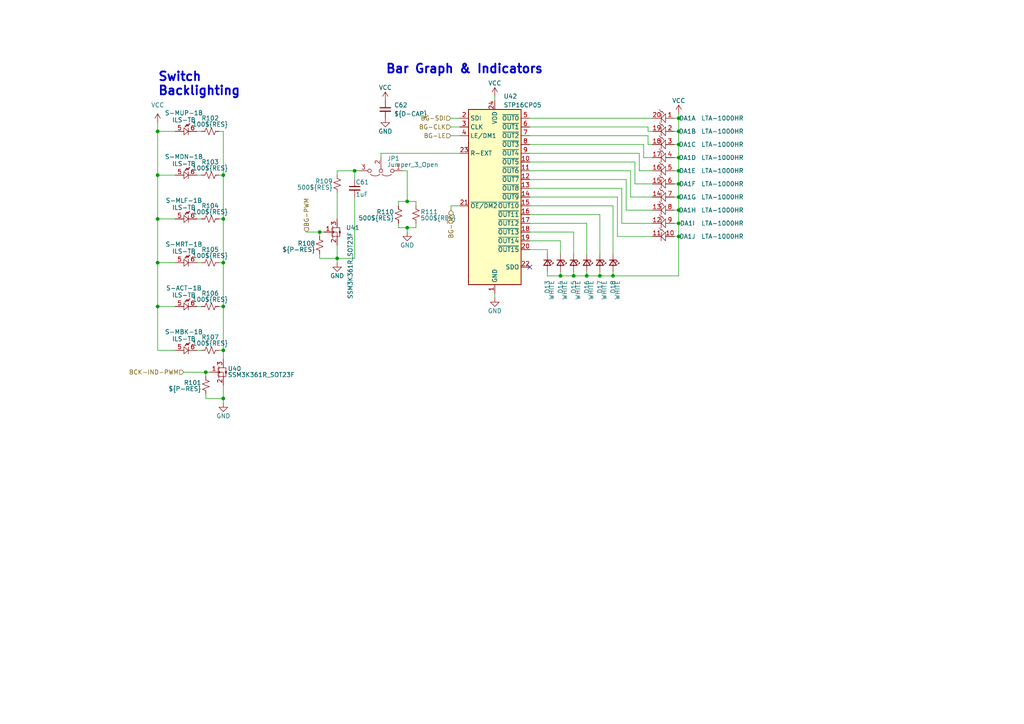
<source format=kicad_sch>
(kicad_sch (version 20211123) (generator eeschema)

  (uuid 45c37c42-4ab4-4dec-8bc0-4ab7adaf91be)

  (paper "A4")

  (lib_symbols
    (symbol "Daxxn_Buttons:ILS" (pin_names (offset 0.254)) (in_bom yes) (on_board yes)
      (property "Reference" "S" (id 0) (at 0 3.81 0)
        (effects (font (size 1.27 1.27)))
      )
      (property "Value" "ILS" (id 1) (at 0 2.54 0)
        (effects (font (size 1.27 1.27)))
      )
      (property "Footprint" "Daxxn_Switches:ILS-TB" (id 2) (at 0 6.35 0)
        (effects (font (size 1.27 1.27)) hide)
      )
      (property "Datasheet" "C:\\Users\\Daxxn\\Documents\\Electrical\\Datasheets\\ILS-Series.pdf" (id 3) (at 0 7.62 0)
        (effects (font (size 1.27 1.27)) hide)
      )
      (property "ki_locked" "" (id 4) (at 0 0 0)
        (effects (font (size 1.27 1.27)))
      )
      (property "ki_keywords" "switch button ind indicator led ils" (id 5) (at 0 0 0)
        (effects (font (size 1.27 1.27)) hide)
      )
      (property "ki_description" "Switch with built-in indicator LED" (id 6) (at 0 0 0)
        (effects (font (size 1.27 1.27)) hide)
      )
      (property "ki_fp_filters" "ILS" (id 7) (at 0 0 0)
        (effects (font (size 1.27 1.27)) hide)
      )
      (symbol "ILS_1_0"
        (pin passive line (at -3.81 0 0) (length 2.54)
          (name "~" (effects (font (size 1.27 1.27))))
          (number "1" (effects (font (size 1.27 1.27))))
        )
        (pin passive line (at 3.81 0 180) (length 2.54)
          (name "~" (effects (font (size 1.27 1.27))))
          (number "4" (effects (font (size 1.27 1.27))))
        )
      )
      (symbol "ILS_1_1"
        (circle (center -1.27 0) (radius 0.254)
          (stroke (width 0) (type default) (color 0 0 0 0))
          (fill (type none))
        )
        (polyline
          (pts
            (xy -1.27 0)
            (xy 1.016 1.016)
          )
          (stroke (width 0) (type default) (color 0 0 0 0))
          (fill (type none))
        )
        (circle (center 1.27 0) (radius 0.254)
          (stroke (width 0) (type default) (color 0 0 0 0))
          (fill (type none))
        )
      )
      (symbol "ILS_2_0"
        (pin passive line (at -3.81 0 0) (length 2.54)
          (name "~" (effects (font (size 1.27 1.27))))
          (number "5" (effects (font (size 1.27 1.27))))
        )
        (pin passive line (at 2.54 0 180) (length 2.54)
          (name "~" (effects (font (size 1.27 1.27))))
          (number "6" (effects (font (size 1.27 1.27))))
        )
      )
      (symbol "ILS_2_1"
        (polyline
          (pts
            (xy 0 1.016)
            (xy 0 -1.016)
          )
          (stroke (width 0) (type default) (color 0 0 0 0))
          (fill (type none))
        )
        (polyline
          (pts
            (xy -1.27 1.016)
            (xy -1.27 -1.016)
            (xy 0 0)
            (xy -1.27 1.016)
          )
          (stroke (width 0) (type default) (color 0 0 0 0))
          (fill (type none))
        )
        (polyline
          (pts
            (xy -1.016 1.27)
            (xy -0.508 2.032)
            (xy -0.254 1.524)
            (xy 0.254 2.286)
          )
          (stroke (width 0) (type default) (color 0 0 0 0))
          (fill (type none))
        )
        (polyline
          (pts
            (xy -0.762 1.27)
            (xy -0.254 2.032)
            (xy 0 1.524)
            (xy 0.508 2.286)
          )
          (stroke (width 0) (type default) (color 0 0 0 0))
          (fill (type none))
        )
      )
    )
    (symbol "Daxxn_Displays:LTA-1000HR" (in_bom yes) (on_board yes)
      (property "Reference" "DA" (id 0) (at 0 6.35 0)
        (effects (font (size 1.27 1.27)))
      )
      (property "Value" "LTA-1000HR" (id 1) (at 0 3.81 0)
        (effects (font (size 1.27 1.27)))
      )
      (property "Footprint" "Display:HDSP-48xx" (id 2) (at 0 11.43 0)
        (effects (font (size 1.27 1.27)) hide)
      )
      (property "Datasheet" "C:\\Users\\Daxxn\\Documents\\Electrical\\Datasheets\\LTA-1000HR.pdf" (id 3) (at 0 10.16 0)
        (effects (font (size 1.27 1.27)) hide)
      )
      (property "ki_keywords" "bar-graph- bar graph 10 led display" (id 4) (at 0 0 0)
        (effects (font (size 1.27 1.27)) hide)
      )
      (property "ki_description" "10 LED Bar Graph Display" (id 5) (at 0 0 0)
        (effects (font (size 1.27 1.27)) hide)
      )
      (symbol "LTA-1000HR_1_0"
        (pin passive line (at -2.54 0 0) (length 2.54)
          (name "~" (effects (font (size 1.27 1.27))))
          (number "1" (effects (font (size 1.27 1.27))))
        )
        (pin passive line (at 3.81 0 180) (length 2.54)
          (name "~" (effects (font (size 1.27 1.27))))
          (number "20" (effects (font (size 1.27 1.27))))
        )
      )
      (symbol "LTA-1000HR_1_1"
        (polyline
          (pts
            (xy 1.27 1.27)
            (xy 1.27 -1.27)
          )
          (stroke (width 0) (type default) (color 0 0 0 0))
          (fill (type none))
        )
        (polyline
          (pts
            (xy 0 1.27)
            (xy 0 -1.27)
            (xy 1.27 0)
            (xy 0 1.27)
          )
          (stroke (width 0) (type default) (color 0 0 0 0))
          (fill (type none))
        )
        (polyline
          (pts
            (xy 0.508 1.27)
            (xy 1.016 2.032)
            (xy 1.27 1.778)
            (xy 1.778 2.54)
          )
          (stroke (width 0) (type default) (color 0 0 0 0))
          (fill (type none))
        )
      )
      (symbol "LTA-1000HR_2_0"
        (pin passive line (at 3.81 -3.81 180) (length 2.54)
          (name "~" (effects (font (size 1.27 1.27))))
          (number "19" (effects (font (size 1.27 1.27))))
        )
        (pin passive line (at -2.54 -3.81 0) (length 2.54)
          (name "~" (effects (font (size 1.27 1.27))))
          (number "2" (effects (font (size 1.27 1.27))))
        )
      )
      (symbol "LTA-1000HR_2_1"
        (polyline
          (pts
            (xy 1.27 -2.54)
            (xy 1.27 -5.08)
          )
          (stroke (width 0) (type default) (color 0 0 0 0))
          (fill (type none))
        )
        (polyline
          (pts
            (xy 0 -2.54)
            (xy 0 -5.08)
            (xy 1.27 -3.81)
            (xy 0 -2.54)
          )
          (stroke (width 0) (type default) (color 0 0 0 0))
          (fill (type none))
        )
        (polyline
          (pts
            (xy 0.508 -2.54)
            (xy 1.016 -1.778)
            (xy 1.27 -2.032)
            (xy 1.778 -1.27)
          )
          (stroke (width 0) (type default) (color 0 0 0 0))
          (fill (type none))
        )
      )
      (symbol "LTA-1000HR_3_0"
        (pin passive line (at 3.81 -7.62 180) (length 2.54)
          (name "~" (effects (font (size 1.27 1.27))))
          (number "18" (effects (font (size 1.27 1.27))))
        )
        (pin passive line (at -2.54 -7.62 0) (length 2.54)
          (name "~" (effects (font (size 1.27 1.27))))
          (number "3" (effects (font (size 1.27 1.27))))
        )
      )
      (symbol "LTA-1000HR_3_1"
        (polyline
          (pts
            (xy 1.27 -6.35)
            (xy 1.27 -8.89)
          )
          (stroke (width 0) (type default) (color 0 0 0 0))
          (fill (type none))
        )
        (polyline
          (pts
            (xy 0 -6.35)
            (xy 0 -8.89)
            (xy 1.27 -7.62)
            (xy 0 -6.35)
          )
          (stroke (width 0) (type default) (color 0 0 0 0))
          (fill (type none))
        )
        (polyline
          (pts
            (xy 0.508 -6.35)
            (xy 1.016 -5.588)
            (xy 1.27 -5.842)
            (xy 1.778 -5.08)
          )
          (stroke (width 0) (type default) (color 0 0 0 0))
          (fill (type none))
        )
      )
      (symbol "LTA-1000HR_4_0"
        (pin passive line (at 3.81 -11.43 180) (length 2.54)
          (name "~" (effects (font (size 1.27 1.27))))
          (number "17" (effects (font (size 1.27 1.27))))
        )
        (pin passive line (at -2.54 -11.43 0) (length 2.54)
          (name "~" (effects (font (size 1.27 1.27))))
          (number "4" (effects (font (size 1.27 1.27))))
        )
      )
      (symbol "LTA-1000HR_4_1"
        (polyline
          (pts
            (xy 1.27 -10.16)
            (xy 1.27 -12.7)
          )
          (stroke (width 0) (type default) (color 0 0 0 0))
          (fill (type none))
        )
        (polyline
          (pts
            (xy 0 -10.16)
            (xy 0 -12.7)
            (xy 1.27 -11.43)
            (xy 0 -10.16)
          )
          (stroke (width 0) (type default) (color 0 0 0 0))
          (fill (type none))
        )
        (polyline
          (pts
            (xy 0.508 -10.16)
            (xy 1.016 -9.398)
            (xy 1.27 -9.652)
            (xy 1.778 -8.89)
          )
          (stroke (width 0) (type default) (color 0 0 0 0))
          (fill (type none))
        )
      )
      (symbol "LTA-1000HR_5_0"
        (pin passive line (at 3.81 -15.24 180) (length 2.54)
          (name "~" (effects (font (size 1.27 1.27))))
          (number "16" (effects (font (size 1.27 1.27))))
        )
        (pin passive line (at -2.54 -15.24 0) (length 2.54)
          (name "~" (effects (font (size 1.27 1.27))))
          (number "5" (effects (font (size 1.27 1.27))))
        )
      )
      (symbol "LTA-1000HR_5_1"
        (polyline
          (pts
            (xy 1.27 -13.97)
            (xy 1.27 -16.51)
          )
          (stroke (width 0) (type default) (color 0 0 0 0))
          (fill (type none))
        )
        (polyline
          (pts
            (xy 0 -13.97)
            (xy 0 -16.51)
            (xy 1.27 -15.24)
            (xy 0 -13.97)
          )
          (stroke (width 0) (type default) (color 0 0 0 0))
          (fill (type none))
        )
        (polyline
          (pts
            (xy 0.508 -13.97)
            (xy 1.016 -13.208)
            (xy 1.27 -13.462)
            (xy 1.778 -12.7)
          )
          (stroke (width 0) (type default) (color 0 0 0 0))
          (fill (type none))
        )
      )
      (symbol "LTA-1000HR_6_0"
        (pin passive line (at 3.81 -19.05 180) (length 2.54)
          (name "~" (effects (font (size 1.27 1.27))))
          (number "15" (effects (font (size 1.27 1.27))))
        )
        (pin passive line (at -2.54 -19.05 0) (length 2.54)
          (name "~" (effects (font (size 1.27 1.27))))
          (number "6" (effects (font (size 1.27 1.27))))
        )
      )
      (symbol "LTA-1000HR_6_1"
        (polyline
          (pts
            (xy 1.27 -17.78)
            (xy 1.27 -20.32)
          )
          (stroke (width 0) (type default) (color 0 0 0 0))
          (fill (type none))
        )
        (polyline
          (pts
            (xy 0 -17.78)
            (xy 0 -20.32)
            (xy 1.27 -19.05)
            (xy 0 -17.78)
          )
          (stroke (width 0) (type default) (color 0 0 0 0))
          (fill (type none))
        )
        (polyline
          (pts
            (xy 0.508 -17.78)
            (xy 1.016 -17.018)
            (xy 1.27 -17.272)
            (xy 1.778 -16.51)
          )
          (stroke (width 0) (type default) (color 0 0 0 0))
          (fill (type none))
        )
      )
      (symbol "LTA-1000HR_7_0"
        (pin passive line (at 3.81 -22.86 180) (length 2.54)
          (name "~" (effects (font (size 1.27 1.27))))
          (number "14" (effects (font (size 1.27 1.27))))
        )
        (pin passive line (at -2.54 -22.86 0) (length 2.54)
          (name "~" (effects (font (size 1.27 1.27))))
          (number "7" (effects (font (size 1.27 1.27))))
        )
      )
      (symbol "LTA-1000HR_7_1"
        (polyline
          (pts
            (xy 1.27 -21.59)
            (xy 1.27 -24.13)
          )
          (stroke (width 0) (type default) (color 0 0 0 0))
          (fill (type none))
        )
        (polyline
          (pts
            (xy 0 -21.59)
            (xy 0 -24.13)
            (xy 1.27 -22.86)
            (xy 0 -21.59)
          )
          (stroke (width 0) (type default) (color 0 0 0 0))
          (fill (type none))
        )
        (polyline
          (pts
            (xy 0.508 -21.59)
            (xy 1.016 -20.828)
            (xy 1.27 -21.082)
            (xy 1.778 -20.32)
          )
          (stroke (width 0) (type default) (color 0 0 0 0))
          (fill (type none))
        )
      )
      (symbol "LTA-1000HR_8_0"
        (pin passive line (at 3.81 -26.67 180) (length 2.54)
          (name "~" (effects (font (size 1.27 1.27))))
          (number "13" (effects (font (size 1.27 1.27))))
        )
        (pin passive line (at -2.54 -26.67 0) (length 2.54)
          (name "~" (effects (font (size 1.27 1.27))))
          (number "8" (effects (font (size 1.27 1.27))))
        )
      )
      (symbol "LTA-1000HR_8_1"
        (polyline
          (pts
            (xy 1.27 -25.4)
            (xy 1.27 -27.94)
          )
          (stroke (width 0) (type default) (color 0 0 0 0))
          (fill (type none))
        )
        (polyline
          (pts
            (xy 0 -25.4)
            (xy 0 -27.94)
            (xy 1.27 -26.67)
            (xy 0 -25.4)
          )
          (stroke (width 0) (type default) (color 0 0 0 0))
          (fill (type none))
        )
        (polyline
          (pts
            (xy 0.508 -25.4)
            (xy 1.016 -24.638)
            (xy 1.27 -24.892)
            (xy 1.778 -24.13)
          )
          (stroke (width 0) (type default) (color 0 0 0 0))
          (fill (type none))
        )
      )
      (symbol "LTA-1000HR_9_0"
        (pin passive line (at 3.81 -30.48 180) (length 2.54)
          (name "~" (effects (font (size 1.27 1.27))))
          (number "12" (effects (font (size 1.27 1.27))))
        )
        (pin passive line (at -2.54 -30.48 0) (length 2.54)
          (name "~" (effects (font (size 1.27 1.27))))
          (number "9" (effects (font (size 1.27 1.27))))
        )
      )
      (symbol "LTA-1000HR_9_1"
        (polyline
          (pts
            (xy 1.27 -29.21)
            (xy 1.27 -31.75)
          )
          (stroke (width 0) (type default) (color 0 0 0 0))
          (fill (type none))
        )
        (polyline
          (pts
            (xy 0 -29.21)
            (xy 0 -31.75)
            (xy 1.27 -30.48)
            (xy 0 -29.21)
          )
          (stroke (width 0) (type default) (color 0 0 0 0))
          (fill (type none))
        )
        (polyline
          (pts
            (xy 0.508 -29.21)
            (xy 1.016 -28.448)
            (xy 1.27 -28.702)
            (xy 1.778 -27.94)
          )
          (stroke (width 0) (type default) (color 0 0 0 0))
          (fill (type none))
        )
      )
      (symbol "LTA-1000HR_10_0"
        (pin passive line (at -2.54 -34.29 0) (length 2.54)
          (name "~" (effects (font (size 1.27 1.27))))
          (number "10" (effects (font (size 1.27 1.27))))
        )
        (pin passive line (at 3.81 -34.29 180) (length 2.54)
          (name "~" (effects (font (size 1.27 1.27))))
          (number "11" (effects (font (size 1.27 1.27))))
        )
      )
      (symbol "LTA-1000HR_10_1"
        (polyline
          (pts
            (xy 1.27 -33.02)
            (xy 1.27 -35.56)
          )
          (stroke (width 0) (type default) (color 0 0 0 0))
          (fill (type none))
        )
        (polyline
          (pts
            (xy 0 -33.02)
            (xy 0 -35.56)
            (xy 1.27 -34.29)
            (xy 0 -33.02)
          )
          (stroke (width 0) (type default) (color 0 0 0 0))
          (fill (type none))
        )
        (polyline
          (pts
            (xy 0.508 -33.02)
            (xy 1.016 -32.258)
            (xy 1.27 -32.512)
            (xy 1.778 -31.75)
          )
          (stroke (width 0) (type default) (color 0 0 0 0))
          (fill (type none))
        )
      )
    )
    (symbol "Daxxn_Transistors:SSM3K361R_SOT23F" (in_bom yes) (on_board yes)
      (property "Reference" "U" (id 0) (at -8.89 2.54 0)
        (effects (font (size 1.27 1.27)))
      )
      (property "Value" "SSM3K361R_SOT23F" (id 1) (at -10.16 5.08 0)
        (effects (font (size 1.27 1.27)))
      )
      (property "Footprint" "Package_TO_SOT_SMD:SOT-23" (id 2) (at 1.27 12.7 0)
        (effects (font (size 1.27 1.27)) hide)
      )
      (property "Datasheet" "C:\\Users\\Daxxn\\Documents\\Electrical\\Datasheets\\SSM3K361R.pdf" (id 3) (at 1.27 15.24 0)
        (effects (font (size 1.27 1.27)) hide)
      )
      (property "ki_keywords" "n-ch mosfet fet esd" (id 4) (at 0 0 0)
        (effects (font (size 1.27 1.27)) hide)
      )
      (property "ki_description" "N-Ch MOSFET w/ ESD" (id 5) (at 0 0 0)
        (effects (font (size 1.27 1.27)) hide)
      )
      (symbol "SSM3K361R_SOT23F_0_0"
        (pin input line (at -2.54 0 0) (length 2.25)
          (name "G" (effects (font (size 0 0))))
          (number "1" (effects (font (size 1.27 1.27))))
        )
        (pin bidirectional line (at 1.27 -3.81 90) (length 2.54)
          (name "S" (effects (font (size 0 0))))
          (number "2" (effects (font (size 1.27 1.27))))
        )
        (pin bidirectional line (at 1.27 3.81 270) (length 2.54)
          (name "D" (effects (font (size 0 0))))
          (number "3" (effects (font (size 1.27 1.27))))
        )
      )
      (symbol "SSM3K361R_SOT23F_0_1"
        (polyline
          (pts
            (xy -0.254 -1.27)
            (xy -0.254 1.27)
          )
          (stroke (width 0) (type default) (color 0 0 0 0))
          (fill (type none))
        )
        (polyline
          (pts
            (xy 0 -1.778)
            (xy 0 -0.762)
          )
          (stroke (width 0) (type default) (color 0 0 0 0))
          (fill (type none))
        )
        (polyline
          (pts
            (xy 0 -0.508)
            (xy 0 0.508)
          )
          (stroke (width 0) (type default) (color 0 0 0 0))
          (fill (type none))
        )
        (polyline
          (pts
            (xy 0 1.778)
            (xy 0 0.762)
          )
          (stroke (width 0) (type default) (color 0 0 0 0))
          (fill (type none))
        )
        (polyline
          (pts
            (xy 1.778 0.254)
            (xy 2.286 0.254)
          )
          (stroke (width 0) (type default) (color 0 0 0 0))
          (fill (type none))
        )
        (polyline
          (pts
            (xy 0 -1.27)
            (xy 1.27 -1.27)
            (xy 1.27 -1.27)
          )
          (stroke (width 0) (type default) (color 0 0 0 0))
          (fill (type none))
        )
        (polyline
          (pts
            (xy 0 1.27)
            (xy 1.27 1.27)
            (xy 1.27 1.27)
          )
          (stroke (width 0) (type default) (color 0 0 0 0))
          (fill (type none))
        )
        (polyline
          (pts
            (xy 1.27 -1.27)
            (xy 1.27 0)
            (xy 0 0)
          )
          (stroke (width 0) (type default) (color 0 0 0 0))
          (fill (type none))
        )
        (polyline
          (pts
            (xy 0 0)
            (xy 0.254 0.254)
            (xy 0.254 -0.254)
            (xy 0 0)
          )
          (stroke (width 0) (type default) (color 0 0 0 0))
          (fill (type none))
        )
        (polyline
          (pts
            (xy 1.27 -1.27)
            (xy 2.032 -1.27)
            (xy 2.032 1.27)
            (xy 1.27 1.27)
          )
          (stroke (width 0) (type default) (color 0 0 0 0))
          (fill (type none))
        )
        (polyline
          (pts
            (xy 2.032 0.254)
            (xy 1.778 -0.254)
            (xy 2.286 -0.254)
            (xy 2.032 0.254)
          )
          (stroke (width 0) (type default) (color 0 0 0 0))
          (fill (type outline))
        )
      )
    )
    (symbol "Device:C_Small" (pin_numbers hide) (pin_names (offset 0.254) hide) (in_bom yes) (on_board yes)
      (property "Reference" "C" (id 0) (at 0.254 1.778 0)
        (effects (font (size 1.27 1.27)) (justify left))
      )
      (property "Value" "C_Small" (id 1) (at 0.254 -2.032 0)
        (effects (font (size 1.27 1.27)) (justify left))
      )
      (property "Footprint" "" (id 2) (at 0 0 0)
        (effects (font (size 1.27 1.27)) hide)
      )
      (property "Datasheet" "~" (id 3) (at 0 0 0)
        (effects (font (size 1.27 1.27)) hide)
      )
      (property "ki_keywords" "capacitor cap" (id 4) (at 0 0 0)
        (effects (font (size 1.27 1.27)) hide)
      )
      (property "ki_description" "Unpolarized capacitor, small symbol" (id 5) (at 0 0 0)
        (effects (font (size 1.27 1.27)) hide)
      )
      (property "ki_fp_filters" "C_*" (id 6) (at 0 0 0)
        (effects (font (size 1.27 1.27)) hide)
      )
      (symbol "C_Small_0_1"
        (polyline
          (pts
            (xy -1.524 -0.508)
            (xy 1.524 -0.508)
          )
          (stroke (width 0.3302) (type default) (color 0 0 0 0))
          (fill (type none))
        )
        (polyline
          (pts
            (xy -1.524 0.508)
            (xy 1.524 0.508)
          )
          (stroke (width 0.3048) (type default) (color 0 0 0 0))
          (fill (type none))
        )
      )
      (symbol "C_Small_1_1"
        (pin passive line (at 0 2.54 270) (length 2.032)
          (name "~" (effects (font (size 1.27 1.27))))
          (number "1" (effects (font (size 1.27 1.27))))
        )
        (pin passive line (at 0 -2.54 90) (length 2.032)
          (name "~" (effects (font (size 1.27 1.27))))
          (number "2" (effects (font (size 1.27 1.27))))
        )
      )
    )
    (symbol "Device:LED_Small" (pin_numbers hide) (pin_names (offset 0.254) hide) (in_bom yes) (on_board yes)
      (property "Reference" "D" (id 0) (at -1.27 3.175 0)
        (effects (font (size 1.27 1.27)) (justify left))
      )
      (property "Value" "LED_Small" (id 1) (at -4.445 -2.54 0)
        (effects (font (size 1.27 1.27)) (justify left))
      )
      (property "Footprint" "" (id 2) (at 0 0 90)
        (effects (font (size 1.27 1.27)) hide)
      )
      (property "Datasheet" "~" (id 3) (at 0 0 90)
        (effects (font (size 1.27 1.27)) hide)
      )
      (property "ki_keywords" "LED diode light-emitting-diode" (id 4) (at 0 0 0)
        (effects (font (size 1.27 1.27)) hide)
      )
      (property "ki_description" "Light emitting diode, small symbol" (id 5) (at 0 0 0)
        (effects (font (size 1.27 1.27)) hide)
      )
      (property "ki_fp_filters" "LED* LED_SMD:* LED_THT:*" (id 6) (at 0 0 0)
        (effects (font (size 1.27 1.27)) hide)
      )
      (symbol "LED_Small_0_1"
        (polyline
          (pts
            (xy -0.762 -1.016)
            (xy -0.762 1.016)
          )
          (stroke (width 0.254) (type default) (color 0 0 0 0))
          (fill (type none))
        )
        (polyline
          (pts
            (xy 1.016 0)
            (xy -0.762 0)
          )
          (stroke (width 0) (type default) (color 0 0 0 0))
          (fill (type none))
        )
        (polyline
          (pts
            (xy 0.762 -1.016)
            (xy -0.762 0)
            (xy 0.762 1.016)
            (xy 0.762 -1.016)
          )
          (stroke (width 0.254) (type default) (color 0 0 0 0))
          (fill (type none))
        )
        (polyline
          (pts
            (xy 0 0.762)
            (xy -0.508 1.27)
            (xy -0.254 1.27)
            (xy -0.508 1.27)
            (xy -0.508 1.016)
          )
          (stroke (width 0) (type default) (color 0 0 0 0))
          (fill (type none))
        )
        (polyline
          (pts
            (xy 0.508 1.27)
            (xy 0 1.778)
            (xy 0.254 1.778)
            (xy 0 1.778)
            (xy 0 1.524)
          )
          (stroke (width 0) (type default) (color 0 0 0 0))
          (fill (type none))
        )
      )
      (symbol "LED_Small_1_1"
        (pin passive line (at -2.54 0 0) (length 1.778)
          (name "K" (effects (font (size 1.27 1.27))))
          (number "1" (effects (font (size 1.27 1.27))))
        )
        (pin passive line (at 2.54 0 180) (length 1.778)
          (name "A" (effects (font (size 1.27 1.27))))
          (number "2" (effects (font (size 1.27 1.27))))
        )
      )
    )
    (symbol "Device:R_Small_US" (pin_numbers hide) (pin_names (offset 0.254) hide) (in_bom yes) (on_board yes)
      (property "Reference" "R" (id 0) (at 0.762 0.508 0)
        (effects (font (size 1.27 1.27)) (justify left))
      )
      (property "Value" "R_Small_US" (id 1) (at 0.762 -1.016 0)
        (effects (font (size 1.27 1.27)) (justify left))
      )
      (property "Footprint" "" (id 2) (at 0 0 0)
        (effects (font (size 1.27 1.27)) hide)
      )
      (property "Datasheet" "~" (id 3) (at 0 0 0)
        (effects (font (size 1.27 1.27)) hide)
      )
      (property "ki_keywords" "r resistor" (id 4) (at 0 0 0)
        (effects (font (size 1.27 1.27)) hide)
      )
      (property "ki_description" "Resistor, small US symbol" (id 5) (at 0 0 0)
        (effects (font (size 1.27 1.27)) hide)
      )
      (property "ki_fp_filters" "R_*" (id 6) (at 0 0 0)
        (effects (font (size 1.27 1.27)) hide)
      )
      (symbol "R_Small_US_1_1"
        (polyline
          (pts
            (xy 0 0)
            (xy 1.016 -0.381)
            (xy 0 -0.762)
            (xy -1.016 -1.143)
            (xy 0 -1.524)
          )
          (stroke (width 0) (type default) (color 0 0 0 0))
          (fill (type none))
        )
        (polyline
          (pts
            (xy 0 1.524)
            (xy 1.016 1.143)
            (xy 0 0.762)
            (xy -1.016 0.381)
            (xy 0 0)
          )
          (stroke (width 0) (type default) (color 0 0 0 0))
          (fill (type none))
        )
        (pin passive line (at 0 2.54 270) (length 1.016)
          (name "~" (effects (font (size 1.27 1.27))))
          (number "1" (effects (font (size 1.27 1.27))))
        )
        (pin passive line (at 0 -2.54 90) (length 1.016)
          (name "~" (effects (font (size 1.27 1.27))))
          (number "2" (effects (font (size 1.27 1.27))))
        )
      )
    )
    (symbol "Driver_LED:STP16CP05" (in_bom yes) (on_board yes)
      (property "Reference" "U" (id 0) (at -7.62 26.67 0)
        (effects (font (size 1.27 1.27)) (justify left))
      )
      (property "Value" "STP16CP05" (id 1) (at 1.27 26.67 0)
        (effects (font (size 1.27 1.27)) (justify left))
      )
      (property "Footprint" "" (id 2) (at 0 0 0)
        (effects (font (size 1.27 1.27)) hide)
      )
      (property "Datasheet" "https://www.st.com/resource/en/datasheet/stp16cp05.pdf" (id 3) (at 0 0 0)
        (effects (font (size 1.27 1.27)) hide)
      )
      (property "ki_keywords" "Shift Register LED driver 16 bit" (id 4) (at 0 0 0)
        (effects (font (size 1.27 1.27)) hide)
      )
      (property "ki_description" "16-bit constant current LED sink driver" (id 5) (at 0 0 0)
        (effects (font (size 1.27 1.27)) hide)
      )
      (property "ki_fp_filters" "QSOP*3.9x8.7mm*P0.635mm* SOIC*7.5x15.4mm*P1.27mm* TSSOP*4.4x7.8mm*P0.65mm*" (id 6) (at 0 0 0)
        (effects (font (size 1.27 1.27)) hide)
      )
      (symbol "STP16CP05_0_1"
        (rectangle (start -7.62 25.4) (end 7.62 -25.4)
          (stroke (width 0.254) (type default) (color 0 0 0 0))
          (fill (type background))
        )
      )
      (symbol "STP16CP05_1_1"
        (pin power_in line (at 0 -27.94 90) (length 2.54)
          (name "GND" (effects (font (size 1.27 1.27))))
          (number "1" (effects (font (size 1.27 1.27))))
        )
        (pin output line (at 10.16 10.16 180) (length 2.54)
          (name "~{OUT5}" (effects (font (size 1.27 1.27))))
          (number "10" (effects (font (size 1.27 1.27))))
        )
        (pin output line (at 10.16 7.62 180) (length 2.54)
          (name "~{OUT6}" (effects (font (size 1.27 1.27))))
          (number "11" (effects (font (size 1.27 1.27))))
        )
        (pin output line (at 10.16 5.08 180) (length 2.54)
          (name "~{OUT7}" (effects (font (size 1.27 1.27))))
          (number "12" (effects (font (size 1.27 1.27))))
        )
        (pin output line (at 10.16 2.54 180) (length 2.54)
          (name "~{OUT8}" (effects (font (size 1.27 1.27))))
          (number "13" (effects (font (size 1.27 1.27))))
        )
        (pin output line (at 10.16 0 180) (length 2.54)
          (name "~{OUT9}" (effects (font (size 1.27 1.27))))
          (number "14" (effects (font (size 1.27 1.27))))
        )
        (pin output line (at 10.16 -2.54 180) (length 2.54)
          (name "~{OUT10}" (effects (font (size 1.27 1.27))))
          (number "15" (effects (font (size 1.27 1.27))))
        )
        (pin output line (at 10.16 -5.08 180) (length 2.54)
          (name "~{OUT11}" (effects (font (size 1.27 1.27))))
          (number "16" (effects (font (size 1.27 1.27))))
        )
        (pin output line (at 10.16 -7.62 180) (length 2.54)
          (name "~{OUT12}" (effects (font (size 1.27 1.27))))
          (number "17" (effects (font (size 1.27 1.27))))
        )
        (pin output line (at 10.16 -10.16 180) (length 2.54)
          (name "~{OUT13}" (effects (font (size 1.27 1.27))))
          (number "18" (effects (font (size 1.27 1.27))))
        )
        (pin output line (at 10.16 -12.7 180) (length 2.54)
          (name "~{OUT14}" (effects (font (size 1.27 1.27))))
          (number "19" (effects (font (size 1.27 1.27))))
        )
        (pin input line (at -10.16 22.86 0) (length 2.54)
          (name "SDI" (effects (font (size 1.27 1.27))))
          (number "2" (effects (font (size 1.27 1.27))))
        )
        (pin output line (at 10.16 -15.24 180) (length 2.54)
          (name "~{OUT15}" (effects (font (size 1.27 1.27))))
          (number "20" (effects (font (size 1.27 1.27))))
        )
        (pin input line (at -10.16 -2.54 0) (length 2.54)
          (name "~{OE/DM2}" (effects (font (size 1.27 1.27))))
          (number "21" (effects (font (size 1.27 1.27))))
        )
        (pin output line (at 10.16 -20.32 180) (length 2.54)
          (name "SDO" (effects (font (size 1.27 1.27))))
          (number "22" (effects (font (size 1.27 1.27))))
        )
        (pin passive line (at -10.16 12.7 0) (length 2.54)
          (name "R-EXT" (effects (font (size 1.27 1.27))))
          (number "23" (effects (font (size 1.27 1.27))))
        )
        (pin power_in line (at 0 27.94 270) (length 2.54)
          (name "VDD" (effects (font (size 1.27 1.27))))
          (number "24" (effects (font (size 1.27 1.27))))
        )
        (pin input line (at -10.16 20.32 0) (length 2.54)
          (name "CLK" (effects (font (size 1.27 1.27))))
          (number "3" (effects (font (size 1.27 1.27))))
        )
        (pin input line (at -10.16 17.78 0) (length 2.54)
          (name "LE/DM1" (effects (font (size 1.27 1.27))))
          (number "4" (effects (font (size 1.27 1.27))))
        )
        (pin output line (at 10.16 22.86 180) (length 2.54)
          (name "~{OUT0}" (effects (font (size 1.27 1.27))))
          (number "5" (effects (font (size 1.27 1.27))))
        )
        (pin output line (at 10.16 20.32 180) (length 2.54)
          (name "~{OUT1}" (effects (font (size 1.27 1.27))))
          (number "6" (effects (font (size 1.27 1.27))))
        )
        (pin output line (at 10.16 17.78 180) (length 2.54)
          (name "~{OUT2}" (effects (font (size 1.27 1.27))))
          (number "7" (effects (font (size 1.27 1.27))))
        )
        (pin output line (at 10.16 15.24 180) (length 2.54)
          (name "~{OUT3}" (effects (font (size 1.27 1.27))))
          (number "8" (effects (font (size 1.27 1.27))))
        )
        (pin output line (at 10.16 12.7 180) (length 2.54)
          (name "~{OUT4}" (effects (font (size 1.27 1.27))))
          (number "9" (effects (font (size 1.27 1.27))))
        )
      )
    )
    (symbol "Jumper:Jumper_3_Open" (pin_names (offset 0) hide) (in_bom yes) (on_board yes)
      (property "Reference" "JP" (id 0) (at -2.54 -2.54 0)
        (effects (font (size 1.27 1.27)))
      )
      (property "Value" "Jumper_3_Open" (id 1) (at 0 2.794 0)
        (effects (font (size 1.27 1.27)))
      )
      (property "Footprint" "" (id 2) (at 0 0 0)
        (effects (font (size 1.27 1.27)) hide)
      )
      (property "Datasheet" "~" (id 3) (at 0 0 0)
        (effects (font (size 1.27 1.27)) hide)
      )
      (property "ki_keywords" "Jumper SPDT" (id 4) (at 0 0 0)
        (effects (font (size 1.27 1.27)) hide)
      )
      (property "ki_description" "Jumper, 3-pole, both open" (id 5) (at 0 0 0)
        (effects (font (size 1.27 1.27)) hide)
      )
      (property "ki_fp_filters" "Jumper* TestPoint*3Pads* TestPoint*Bridge*" (id 6) (at 0 0 0)
        (effects (font (size 1.27 1.27)) hide)
      )
      (symbol "Jumper_3_Open_0_0"
        (circle (center -3.302 0) (radius 0.508)
          (stroke (width 0) (type default) (color 0 0 0 0))
          (fill (type none))
        )
        (circle (center 0 0) (radius 0.508)
          (stroke (width 0) (type default) (color 0 0 0 0))
          (fill (type none))
        )
        (circle (center 3.302 0) (radius 0.508)
          (stroke (width 0) (type default) (color 0 0 0 0))
          (fill (type none))
        )
      )
      (symbol "Jumper_3_Open_0_1"
        (arc (start -0.254 1.016) (mid -1.651 1.4992) (end -3.048 1.016)
          (stroke (width 0) (type default) (color 0 0 0 0))
          (fill (type none))
        )
        (polyline
          (pts
            (xy 0 -0.508)
            (xy 0 -1.27)
          )
          (stroke (width 0) (type default) (color 0 0 0 0))
          (fill (type none))
        )
        (arc (start 3.048 1.016) (mid 1.651 1.4992) (end 0.254 1.016)
          (stroke (width 0) (type default) (color 0 0 0 0))
          (fill (type none))
        )
      )
      (symbol "Jumper_3_Open_1_1"
        (pin passive line (at -6.35 0 0) (length 2.54)
          (name "A" (effects (font (size 1.27 1.27))))
          (number "1" (effects (font (size 1.27 1.27))))
        )
        (pin passive line (at 0 -3.81 90) (length 2.54)
          (name "C" (effects (font (size 1.27 1.27))))
          (number "2" (effects (font (size 1.27 1.27))))
        )
        (pin passive line (at 6.35 0 180) (length 2.54)
          (name "B" (effects (font (size 1.27 1.27))))
          (number "3" (effects (font (size 1.27 1.27))))
        )
      )
    )
    (symbol "SSM3K361R_SOT23F_1" (in_bom yes) (on_board yes)
      (property "Reference" "U" (id 0) (at -8.89 2.54 0)
        (effects (font (size 1.27 1.27)))
      )
      (property "Value" "SSM3K361R_SOT23F_1" (id 1) (at -10.16 5.08 0)
        (effects (font (size 1.27 1.27)))
      )
      (property "Footprint" "Package_TO_SOT_SMD:SOT-23" (id 2) (at 1.27 12.7 0)
        (effects (font (size 1.27 1.27)) hide)
      )
      (property "Datasheet" "C:\\Users\\Daxxn\\Documents\\Electrical\\Datasheets\\SSM3K361R.pdf" (id 3) (at 1.27 15.24 0)
        (effects (font (size 1.27 1.27)) hide)
      )
      (property "ki_keywords" "n-ch mosfet fet esd" (id 4) (at 0 0 0)
        (effects (font (size 1.27 1.27)) hide)
      )
      (property "ki_description" "N-Ch MOSFET w/ ESD" (id 5) (at 0 0 0)
        (effects (font (size 1.27 1.27)) hide)
      )
      (symbol "SSM3K361R_SOT23F_1_0_0"
        (pin input line (at -2.54 0 0) (length 2.25)
          (name "G" (effects (font (size 0 0))))
          (number "1" (effects (font (size 1.27 1.27))))
        )
        (pin bidirectional line (at 1.27 -3.81 90) (length 2.54)
          (name "S" (effects (font (size 0 0))))
          (number "2" (effects (font (size 1.27 1.27))))
        )
        (pin bidirectional line (at 1.27 3.81 270) (length 2.54)
          (name "D" (effects (font (size 0 0))))
          (number "3" (effects (font (size 1.27 1.27))))
        )
      )
      (symbol "SSM3K361R_SOT23F_1_0_1"
        (polyline
          (pts
            (xy -0.254 -1.27)
            (xy -0.254 1.27)
          )
          (stroke (width 0) (type default) (color 0 0 0 0))
          (fill (type none))
        )
        (polyline
          (pts
            (xy 0 -1.778)
            (xy 0 -0.762)
          )
          (stroke (width 0) (type default) (color 0 0 0 0))
          (fill (type none))
        )
        (polyline
          (pts
            (xy 0 -0.508)
            (xy 0 0.508)
          )
          (stroke (width 0) (type default) (color 0 0 0 0))
          (fill (type none))
        )
        (polyline
          (pts
            (xy 0 1.778)
            (xy 0 0.762)
          )
          (stroke (width 0) (type default) (color 0 0 0 0))
          (fill (type none))
        )
        (polyline
          (pts
            (xy 1.778 0.254)
            (xy 2.286 0.254)
          )
          (stroke (width 0) (type default) (color 0 0 0 0))
          (fill (type none))
        )
        (polyline
          (pts
            (xy 0 -1.27)
            (xy 1.27 -1.27)
            (xy 1.27 -1.27)
          )
          (stroke (width 0) (type default) (color 0 0 0 0))
          (fill (type none))
        )
        (polyline
          (pts
            (xy 0 1.27)
            (xy 1.27 1.27)
            (xy 1.27 1.27)
          )
          (stroke (width 0) (type default) (color 0 0 0 0))
          (fill (type none))
        )
        (polyline
          (pts
            (xy 1.27 -1.27)
            (xy 1.27 0)
            (xy 0 0)
          )
          (stroke (width 0) (type default) (color 0 0 0 0))
          (fill (type none))
        )
        (polyline
          (pts
            (xy 0 0)
            (xy 0.254 0.254)
            (xy 0.254 -0.254)
            (xy 0 0)
          )
          (stroke (width 0) (type default) (color 0 0 0 0))
          (fill (type none))
        )
        (polyline
          (pts
            (xy 1.27 -1.27)
            (xy 2.032 -1.27)
            (xy 2.032 1.27)
            (xy 1.27 1.27)
          )
          (stroke (width 0) (type default) (color 0 0 0 0))
          (fill (type none))
        )
        (polyline
          (pts
            (xy 2.032 0.254)
            (xy 1.778 -0.254)
            (xy 2.286 -0.254)
            (xy 2.032 0.254)
          )
          (stroke (width 0) (type default) (color 0 0 0 0))
          (fill (type outline))
        )
      )
    )
    (symbol "power:GND" (power) (pin_names (offset 0)) (in_bom yes) (on_board yes)
      (property "Reference" "#PWR" (id 0) (at 0 -6.35 0)
        (effects (font (size 1.27 1.27)) hide)
      )
      (property "Value" "GND" (id 1) (at 0 -3.81 0)
        (effects (font (size 1.27 1.27)))
      )
      (property "Footprint" "" (id 2) (at 0 0 0)
        (effects (font (size 1.27 1.27)) hide)
      )
      (property "Datasheet" "" (id 3) (at 0 0 0)
        (effects (font (size 1.27 1.27)) hide)
      )
      (property "ki_keywords" "power-flag" (id 4) (at 0 0 0)
        (effects (font (size 1.27 1.27)) hide)
      )
      (property "ki_description" "Power symbol creates a global label with name \"GND\" , ground" (id 5) (at 0 0 0)
        (effects (font (size 1.27 1.27)) hide)
      )
      (symbol "GND_0_1"
        (polyline
          (pts
            (xy 0 0)
            (xy 0 -1.27)
            (xy 1.27 -1.27)
            (xy 0 -2.54)
            (xy -1.27 -1.27)
            (xy 0 -1.27)
          )
          (stroke (width 0) (type default) (color 0 0 0 0))
          (fill (type none))
        )
      )
      (symbol "GND_1_1"
        (pin power_in line (at 0 0 270) (length 0) hide
          (name "GND" (effects (font (size 1.27 1.27))))
          (number "1" (effects (font (size 1.27 1.27))))
        )
      )
    )
    (symbol "power:VCC" (power) (pin_names (offset 0)) (in_bom yes) (on_board yes)
      (property "Reference" "#PWR" (id 0) (at 0 -3.81 0)
        (effects (font (size 1.27 1.27)) hide)
      )
      (property "Value" "VCC" (id 1) (at 0 3.81 0)
        (effects (font (size 1.27 1.27)))
      )
      (property "Footprint" "" (id 2) (at 0 0 0)
        (effects (font (size 1.27 1.27)) hide)
      )
      (property "Datasheet" "" (id 3) (at 0 0 0)
        (effects (font (size 1.27 1.27)) hide)
      )
      (property "ki_keywords" "power-flag" (id 4) (at 0 0 0)
        (effects (font (size 1.27 1.27)) hide)
      )
      (property "ki_description" "Power symbol creates a global label with name \"VCC\"" (id 5) (at 0 0 0)
        (effects (font (size 1.27 1.27)) hide)
      )
      (symbol "VCC_0_1"
        (polyline
          (pts
            (xy -0.762 1.27)
            (xy 0 2.54)
          )
          (stroke (width 0) (type default) (color 0 0 0 0))
          (fill (type none))
        )
        (polyline
          (pts
            (xy 0 0)
            (xy 0 2.54)
          )
          (stroke (width 0) (type default) (color 0 0 0 0))
          (fill (type none))
        )
        (polyline
          (pts
            (xy 0 2.54)
            (xy 0.762 1.27)
          )
          (stroke (width 0) (type default) (color 0 0 0 0))
          (fill (type none))
        )
      )
      (symbol "VCC_1_1"
        (pin power_in line (at 0 0 90) (length 0) hide
          (name "VCC" (effects (font (size 1.27 1.27))))
          (number "1" (effects (font (size 1.27 1.27))))
        )
      )
    )
  )

  (junction (at 59.69 107.95) (diameter 0) (color 0 0 0 0)
    (uuid 0528cf1d-6364-49b1-b1cc-d2b1b97affba)
  )
  (junction (at 118.11 66.04) (diameter 0) (color 0 0 0 0)
    (uuid 0bd21b40-1fc9-4559-ba80-25cdc95d0e24)
  )
  (junction (at 166.37 80.01) (diameter 0) (color 0 0 0 0)
    (uuid 14caf9b9-76f1-4c0e-98ac-b9cdc35b6282)
  )
  (junction (at 64.77 88.9) (diameter 0) (color 0 0 0 0)
    (uuid 190a3bea-e6cf-4f7e-a4fb-200e3bdada12)
  )
  (junction (at 45.72 63.5) (diameter 0) (color 0 0 0 0)
    (uuid 1b97c0fe-1668-4f3c-ac8e-7b89d74dee3f)
  )
  (junction (at 64.77 50.8) (diameter 0) (color 0 0 0 0)
    (uuid 1dde50ab-1c72-4111-b193-155c89301c10)
  )
  (junction (at 64.77 115.57) (diameter 0) (color 0 0 0 0)
    (uuid 222c159b-c0ea-4d39-af61-98d5b2b68093)
  )
  (junction (at 64.77 63.5) (diameter 0) (color 0 0 0 0)
    (uuid 23a95665-2e15-4319-b9bf-1b9c7c5a9097)
  )
  (junction (at 64.77 76.2) (diameter 0) (color 0 0 0 0)
    (uuid 27401e04-cb46-4191-bf49-5e34572b392d)
  )
  (junction (at 45.72 76.2) (diameter 0) (color 0 0 0 0)
    (uuid 34490268-3ae9-48a2-8552-fa40eaa238ae)
  )
  (junction (at 196.85 53.34) (diameter 0) (color 0 0 0 0)
    (uuid 37fb27a3-0ac7-4d81-8954-8d43bf42f16a)
  )
  (junction (at 64.77 101.6) (diameter 0) (color 0 0 0 0)
    (uuid 38045fb3-feb0-48b7-8a20-787287bccdd2)
  )
  (junction (at 196.85 45.72) (diameter 0) (color 0 0 0 0)
    (uuid 3b617683-c579-4162-8c5a-84d072f0451f)
  )
  (junction (at 45.72 50.8) (diameter 0) (color 0 0 0 0)
    (uuid 42b5b09e-542e-484e-b29d-8d392bc6f257)
  )
  (junction (at 92.71 67.31) (diameter 0) (color 0 0 0 0)
    (uuid 4d6c0c89-4050-4aad-865b-8bf0a01a4f8a)
  )
  (junction (at 97.79 74.93) (diameter 0) (color 0 0 0 0)
    (uuid 5424c81d-5980-4906-9ad0-8d6dfe75be13)
  )
  (junction (at 196.85 68.58) (diameter 0) (color 0 0 0 0)
    (uuid 56285e4f-67f6-45b0-9998-ec6c240ee8b0)
  )
  (junction (at 177.8 80.01) (diameter 0) (color 0 0 0 0)
    (uuid 5e8e092a-b0c0-4e0a-88d2-951e02134e74)
  )
  (junction (at 196.85 57.15) (diameter 0) (color 0 0 0 0)
    (uuid 64331f6f-e9f3-449c-a0db-f2008ad10954)
  )
  (junction (at 102.87 49.53) (diameter 0) (color 0 0 0 0)
    (uuid 65f20c47-5680-474f-ab4d-b064e37eb8fa)
  )
  (junction (at 196.85 49.53) (diameter 0) (color 0 0 0 0)
    (uuid 74f99f5d-1f0e-4875-b170-11525fe98258)
  )
  (junction (at 196.85 60.96) (diameter 0) (color 0 0 0 0)
    (uuid 7887d2af-454a-4690-a360-6c8f1590791a)
  )
  (junction (at 196.85 38.1) (diameter 0) (color 0 0 0 0)
    (uuid 8074cf4f-d711-4d41-b8b1-0f2a0682434a)
  )
  (junction (at 170.18 80.01) (diameter 0) (color 0 0 0 0)
    (uuid 986bf2f6-6a0d-4adf-a874-82ea62929e32)
  )
  (junction (at 196.85 41.91) (diameter 0) (color 0 0 0 0)
    (uuid a52cd8bf-c0fc-45ea-a4b7-159e194d0d05)
  )
  (junction (at 45.72 38.1) (diameter 0) (color 0 0 0 0)
    (uuid af60cc2e-5fd4-4e6a-b2b3-d31ba7974dc7)
  )
  (junction (at 196.85 34.29) (diameter 0) (color 0 0 0 0)
    (uuid b5fa70bb-c0b9-407c-a5a6-d9df0ca22827)
  )
  (junction (at 173.99 80.01) (diameter 0) (color 0 0 0 0)
    (uuid b8eaa38d-5cd3-4c88-81d8-7b1a24dc3338)
  )
  (junction (at 118.11 58.42) (diameter 0) (color 0 0 0 0)
    (uuid b9616a26-a19e-4595-96ff-5ccf6355e79e)
  )
  (junction (at 196.85 64.77) (diameter 0) (color 0 0 0 0)
    (uuid cb87c713-76bb-480e-b12b-cb740501980b)
  )
  (junction (at 162.56 80.01) (diameter 0) (color 0 0 0 0)
    (uuid d287a310-a25f-4b0b-a56a-e27395e80d59)
  )
  (junction (at 45.72 88.9) (diameter 0) (color 0 0 0 0)
    (uuid dc8c8007-92d3-43f4-84ef-ce19e422daac)
  )

  (no_connect (at 153.67 77.47) (uuid 845d764d-bbe3-4ffe-a9ab-9c89c6f1a8a9))

  (wire (pts (xy 196.85 64.77) (xy 196.85 68.58))
    (stroke (width 0) (type default) (color 0 0 0 0))
    (uuid 054d0734-c985-42e1-8a01-8693066a92bd)
  )
  (wire (pts (xy 45.72 76.2) (xy 45.72 88.9))
    (stroke (width 0) (type default) (color 0 0 0 0))
    (uuid 05a8d803-8ce7-4b92-ab8b-fb7537c2434e)
  )
  (wire (pts (xy 58.42 63.5) (xy 57.15 63.5))
    (stroke (width 0) (type default) (color 0 0 0 0))
    (uuid 0633979a-08f9-4847-b811-be3fed9c86c3)
  )
  (wire (pts (xy 58.42 38.1) (xy 57.15 38.1))
    (stroke (width 0) (type default) (color 0 0 0 0))
    (uuid 078336a9-8209-4815-a0de-eb26c929c9e8)
  )
  (wire (pts (xy 186.69 45.72) (xy 186.69 41.91))
    (stroke (width 0) (type default) (color 0 0 0 0))
    (uuid 0a89062e-7690-474d-83e0-807ca94ec444)
  )
  (wire (pts (xy 189.23 68.58) (xy 179.07 68.58))
    (stroke (width 0) (type default) (color 0 0 0 0))
    (uuid 0bd2670c-4a88-479f-88c3-d5d16ca60480)
  )
  (wire (pts (xy 182.88 49.53) (xy 182.88 57.15))
    (stroke (width 0) (type default) (color 0 0 0 0))
    (uuid 0e33e329-8043-4b67-b0db-ea1fb4b5001b)
  )
  (wire (pts (xy 115.57 58.42) (xy 118.11 58.42))
    (stroke (width 0) (type default) (color 0 0 0 0))
    (uuid 100e61ce-461d-4576-8050-1d328ba8aa07)
  )
  (wire (pts (xy 59.69 114.3) (xy 59.69 115.57))
    (stroke (width 0) (type default) (color 0 0 0 0))
    (uuid 1115f82f-0875-4976-8b40-7aa4d2be4a28)
  )
  (wire (pts (xy 45.72 76.2) (xy 50.8 76.2))
    (stroke (width 0) (type default) (color 0 0 0 0))
    (uuid 11229267-f021-4a60-8bf9-259ae87f9238)
  )
  (wire (pts (xy 196.85 34.29) (xy 196.85 38.1))
    (stroke (width 0) (type default) (color 0 0 0 0))
    (uuid 15f8b6bd-3328-4bc5-a6a3-51e4dc2dd048)
  )
  (wire (pts (xy 179.07 57.15) (xy 153.67 57.15))
    (stroke (width 0) (type default) (color 0 0 0 0))
    (uuid 1692d2e2-4e7c-4289-9426-4501b42d626c)
  )
  (wire (pts (xy 196.85 80.01) (xy 177.8 80.01))
    (stroke (width 0) (type default) (color 0 0 0 0))
    (uuid 194b65c8-21e3-4e61-a4ba-df0bc7043601)
  )
  (wire (pts (xy 153.67 62.23) (xy 173.99 62.23))
    (stroke (width 0) (type default) (color 0 0 0 0))
    (uuid 1a36bf7b-0fd7-4a71-a957-db903bd27a78)
  )
  (wire (pts (xy 64.77 76.2) (xy 64.77 88.9))
    (stroke (width 0) (type default) (color 0 0 0 0))
    (uuid 1aa9ea8c-c6e6-4c84-b8dc-18cc1c5cc337)
  )
  (wire (pts (xy 64.77 115.57) (xy 64.77 116.84))
    (stroke (width 0) (type default) (color 0 0 0 0))
    (uuid 1b14ba4f-3417-404d-960d-fe956ae9349e)
  )
  (wire (pts (xy 153.67 49.53) (xy 182.88 49.53))
    (stroke (width 0) (type default) (color 0 0 0 0))
    (uuid 1cba0131-2ef6-4d68-b80f-3fa2d9b80dde)
  )
  (wire (pts (xy 187.96 36.83) (xy 153.67 36.83))
    (stroke (width 0) (type default) (color 0 0 0 0))
    (uuid 1de755db-cad3-49d8-8d40-93e1eaafdb31)
  )
  (wire (pts (xy 185.42 49.53) (xy 189.23 49.53))
    (stroke (width 0) (type default) (color 0 0 0 0))
    (uuid 1ee6bedb-b7b1-4c09-b8ef-b70743336f6b)
  )
  (wire (pts (xy 196.85 45.72) (xy 196.85 49.53))
    (stroke (width 0) (type default) (color 0 0 0 0))
    (uuid 20e8344f-a08d-4998-8a43-fa845e95720a)
  )
  (wire (pts (xy 153.67 69.85) (xy 162.56 69.85))
    (stroke (width 0) (type default) (color 0 0 0 0))
    (uuid 212296cd-ebc0-49fa-82ca-946cf8cc9626)
  )
  (wire (pts (xy 50.8 101.6) (xy 45.72 101.6))
    (stroke (width 0) (type default) (color 0 0 0 0))
    (uuid 220cbfd5-24fc-4d6e-aa95-b4d764cf2fe8)
  )
  (wire (pts (xy 170.18 64.77) (xy 170.18 73.66))
    (stroke (width 0) (type default) (color 0 0 0 0))
    (uuid 27ad8625-7492-4350-a45b-3e9d1006a254)
  )
  (wire (pts (xy 115.57 59.69) (xy 115.57 58.42))
    (stroke (width 0) (type default) (color 0 0 0 0))
    (uuid 287d26db-56fb-4ca5-93d8-2a48f23bab56)
  )
  (wire (pts (xy 177.8 80.01) (xy 177.8 78.74))
    (stroke (width 0) (type default) (color 0 0 0 0))
    (uuid 2913af15-5c84-441a-b43c-786c856d67bb)
  )
  (wire (pts (xy 118.11 58.42) (xy 120.65 58.42))
    (stroke (width 0) (type default) (color 0 0 0 0))
    (uuid 2b94af73-9f5f-4411-95ea-ae853e0c662e)
  )
  (wire (pts (xy 187.96 41.91) (xy 189.23 41.91))
    (stroke (width 0) (type default) (color 0 0 0 0))
    (uuid 2c536130-18a3-4860-af90-f137b424722e)
  )
  (wire (pts (xy 115.57 66.04) (xy 118.11 66.04))
    (stroke (width 0) (type default) (color 0 0 0 0))
    (uuid 2cd67c92-651b-41dc-a5fc-51040c4ecd90)
  )
  (wire (pts (xy 59.69 109.22) (xy 59.69 107.95))
    (stroke (width 0) (type default) (color 0 0 0 0))
    (uuid 2f4c5874-5f7c-4335-942f-525b8f61465d)
  )
  (wire (pts (xy 115.57 64.77) (xy 115.57 66.04))
    (stroke (width 0) (type default) (color 0 0 0 0))
    (uuid 3466d6f8-5e4c-40c9-bd81-7ed880357719)
  )
  (wire (pts (xy 97.79 55.88) (xy 97.79 63.5))
    (stroke (width 0) (type default) (color 0 0 0 0))
    (uuid 35a8232f-f94a-44bc-9e65-e629bc168b73)
  )
  (wire (pts (xy 97.79 49.53) (xy 102.87 49.53))
    (stroke (width 0) (type default) (color 0 0 0 0))
    (uuid 3828c031-22b2-4446-8916-0a4bfbe5aea9)
  )
  (wire (pts (xy 64.77 88.9) (xy 64.77 101.6))
    (stroke (width 0) (type default) (color 0 0 0 0))
    (uuid 3d5b6b05-f99a-435f-b91f-3c0ba9ade156)
  )
  (wire (pts (xy 153.67 44.45) (xy 185.42 44.45))
    (stroke (width 0) (type default) (color 0 0 0 0))
    (uuid 3d94c1f9-6497-463c-bd29-8c24f476230d)
  )
  (wire (pts (xy 162.56 80.01) (xy 166.37 80.01))
    (stroke (width 0) (type default) (color 0 0 0 0))
    (uuid 3ffe29c6-944e-4711-9e17-04b958801379)
  )
  (wire (pts (xy 45.72 63.5) (xy 50.8 63.5))
    (stroke (width 0) (type default) (color 0 0 0 0))
    (uuid 42180b52-cc1a-4309-aeb1-921544c23d2a)
  )
  (wire (pts (xy 153.67 39.37) (xy 187.96 39.37))
    (stroke (width 0) (type default) (color 0 0 0 0))
    (uuid 4324376f-d5e7-4c3e-9fb2-e5a9524bfa86)
  )
  (wire (pts (xy 158.75 78.74) (xy 158.75 80.01))
    (stroke (width 0) (type default) (color 0 0 0 0))
    (uuid 44363915-22ac-49b3-a5e6-853a78b1f9c6)
  )
  (wire (pts (xy 189.23 53.34) (xy 184.15 53.34))
    (stroke (width 0) (type default) (color 0 0 0 0))
    (uuid 479fe7aa-f712-4e7c-9b45-b6e73676c1c4)
  )
  (wire (pts (xy 64.77 50.8) (xy 64.77 63.5))
    (stroke (width 0) (type default) (color 0 0 0 0))
    (uuid 4b1cae64-033b-40b9-b461-ef575f842221)
  )
  (wire (pts (xy 92.71 67.31) (xy 92.71 68.58))
    (stroke (width 0) (type default) (color 0 0 0 0))
    (uuid 4d9ffbf2-85a6-49b9-b4b7-4ea44d0a9aac)
  )
  (wire (pts (xy 153.67 64.77) (xy 170.18 64.77))
    (stroke (width 0) (type default) (color 0 0 0 0))
    (uuid 4f16d9e8-232e-4272-abf8-6e0bf3404559)
  )
  (wire (pts (xy 58.42 88.9) (xy 57.15 88.9))
    (stroke (width 0) (type default) (color 0 0 0 0))
    (uuid 4f60a408-d58e-4664-a3e0-37cf32a75abc)
  )
  (wire (pts (xy 162.56 78.74) (xy 162.56 80.01))
    (stroke (width 0) (type default) (color 0 0 0 0))
    (uuid 5230acb4-1bfc-4d33-872e-89836307e2e4)
  )
  (wire (pts (xy 45.72 63.5) (xy 45.72 76.2))
    (stroke (width 0) (type default) (color 0 0 0 0))
    (uuid 530c0cc8-f35a-4727-8e2e-d9703bd855c2)
  )
  (wire (pts (xy 195.58 34.29) (xy 196.85 34.29))
    (stroke (width 0) (type default) (color 0 0 0 0))
    (uuid 536c5142-dad8-447b-aee3-bc26eacdf698)
  )
  (wire (pts (xy 57.15 101.6) (xy 58.42 101.6))
    (stroke (width 0) (type default) (color 0 0 0 0))
    (uuid 55940672-cd82-402e-8125-d00783e3573b)
  )
  (wire (pts (xy 143.51 86.36) (xy 143.51 85.09))
    (stroke (width 0) (type default) (color 0 0 0 0))
    (uuid 56b84762-b21c-40e3-9402-3325ff21dbc3)
  )
  (wire (pts (xy 158.75 73.66) (xy 158.75 72.39))
    (stroke (width 0) (type default) (color 0 0 0 0))
    (uuid 56c06264-34a3-4a7e-8d3f-2c76457099a1)
  )
  (wire (pts (xy 120.65 58.42) (xy 120.65 59.69))
    (stroke (width 0) (type default) (color 0 0 0 0))
    (uuid 58a28026-2b87-4747-a338-804ba2418006)
  )
  (wire (pts (xy 153.67 67.31) (xy 166.37 67.31))
    (stroke (width 0) (type default) (color 0 0 0 0))
    (uuid 5c6b3136-4f95-49be-8682-dbf7444602b4)
  )
  (wire (pts (xy 195.58 45.72) (xy 196.85 45.72))
    (stroke (width 0) (type default) (color 0 0 0 0))
    (uuid 624fbf29-546d-4357-8e17-79429fcda034)
  )
  (wire (pts (xy 116.84 49.53) (xy 118.11 49.53))
    (stroke (width 0) (type default) (color 0 0 0 0))
    (uuid 6263a9c2-3533-454e-a3e0-49c06c0dac26)
  )
  (wire (pts (xy 170.18 80.01) (xy 173.99 80.01))
    (stroke (width 0) (type default) (color 0 0 0 0))
    (uuid 65e5554f-2128-408d-af54-c69e49efc42f)
  )
  (wire (pts (xy 118.11 66.04) (xy 120.65 66.04))
    (stroke (width 0) (type default) (color 0 0 0 0))
    (uuid 6c797938-942d-4a4d-bf45-13db3b15a311)
  )
  (wire (pts (xy 153.67 54.61) (xy 180.34 54.61))
    (stroke (width 0) (type default) (color 0 0 0 0))
    (uuid 6cd68136-af0b-44df-95fe-0afe287f2a44)
  )
  (wire (pts (xy 59.69 107.95) (xy 60.96 107.95))
    (stroke (width 0) (type default) (color 0 0 0 0))
    (uuid 6fcf6569-dbea-4f4e-a339-6b0a4920a813)
  )
  (wire (pts (xy 186.69 41.91) (xy 153.67 41.91))
    (stroke (width 0) (type default) (color 0 0 0 0))
    (uuid 74a9b0fd-b30d-439c-8a6c-99c91fe23852)
  )
  (wire (pts (xy 166.37 78.74) (xy 166.37 80.01))
    (stroke (width 0) (type default) (color 0 0 0 0))
    (uuid 767302ab-1109-4ded-8136-186e554333c3)
  )
  (wire (pts (xy 92.71 74.93) (xy 97.79 74.93))
    (stroke (width 0) (type default) (color 0 0 0 0))
    (uuid 793fb9fa-19a9-4e0c-ab35-9eae5edba1af)
  )
  (wire (pts (xy 92.71 67.31) (xy 93.98 67.31))
    (stroke (width 0) (type default) (color 0 0 0 0))
    (uuid 7baeb90e-c458-4014-b07c-4eca3f5f1b4f)
  )
  (wire (pts (xy 173.99 78.74) (xy 173.99 80.01))
    (stroke (width 0) (type default) (color 0 0 0 0))
    (uuid 7ed336b2-a95c-46ff-bd57-43946755c5d9)
  )
  (wire (pts (xy 97.79 74.93) (xy 97.79 76.2))
    (stroke (width 0) (type default) (color 0 0 0 0))
    (uuid 876b3d42-7471-4458-a6ad-3dcb24bc217e)
  )
  (wire (pts (xy 97.79 71.12) (xy 97.79 74.93))
    (stroke (width 0) (type default) (color 0 0 0 0))
    (uuid 8999e381-e789-467d-be55-3c10a6b7beef)
  )
  (wire (pts (xy 187.96 39.37) (xy 187.96 41.91))
    (stroke (width 0) (type default) (color 0 0 0 0))
    (uuid 89e2eb6a-28b8-423a-b6e7-34b6e9502496)
  )
  (wire (pts (xy 187.96 38.1) (xy 187.96 36.83))
    (stroke (width 0) (type default) (color 0 0 0 0))
    (uuid 8b4eda58-3939-4df1-a434-684a6d70ae9f)
  )
  (wire (pts (xy 195.58 41.91) (xy 196.85 41.91))
    (stroke (width 0) (type default) (color 0 0 0 0))
    (uuid 8fe9058d-e829-48ca-8cdf-5f9389ade1ee)
  )
  (wire (pts (xy 88.9 67.31) (xy 92.71 67.31))
    (stroke (width 0) (type default) (color 0 0 0 0))
    (uuid 90695bc0-86f2-40f6-9fae-a8e8d8187de7)
  )
  (wire (pts (xy 195.58 57.15) (xy 196.85 57.15))
    (stroke (width 0) (type default) (color 0 0 0 0))
    (uuid 91885b46-6c56-4a26-9a8f-09a80b9310c4)
  )
  (wire (pts (xy 166.37 67.31) (xy 166.37 73.66))
    (stroke (width 0) (type default) (color 0 0 0 0))
    (uuid 93983ff8-3e68-469e-b8d4-b4eb95fb4bdf)
  )
  (wire (pts (xy 45.72 35.56) (xy 45.72 38.1))
    (stroke (width 0) (type default) (color 0 0 0 0))
    (uuid 947852e0-09a3-433a-8600-55a095d1d44c)
  )
  (wire (pts (xy 110.49 45.72) (xy 110.49 44.45))
    (stroke (width 0) (type default) (color 0 0 0 0))
    (uuid 96b7f581-72b3-400b-b333-8fbf01169504)
  )
  (wire (pts (xy 63.5 76.2) (xy 64.77 76.2))
    (stroke (width 0) (type default) (color 0 0 0 0))
    (uuid 985678d1-1ff3-44bc-b4a6-681eec44331f)
  )
  (wire (pts (xy 153.67 59.69) (xy 177.8 59.69))
    (stroke (width 0) (type default) (color 0 0 0 0))
    (uuid 98906197-3864-4ad3-9210-b39a305cd19b)
  )
  (wire (pts (xy 196.85 53.34) (xy 196.85 57.15))
    (stroke (width 0) (type default) (color 0 0 0 0))
    (uuid 995afe90-de1f-4317-9aac-2eddab15f110)
  )
  (wire (pts (xy 195.58 49.53) (xy 196.85 49.53))
    (stroke (width 0) (type default) (color 0 0 0 0))
    (uuid 9982057e-12d9-42e4-a8a1-e0ba29bbeaf5)
  )
  (wire (pts (xy 143.51 27.94) (xy 143.51 29.21))
    (stroke (width 0) (type default) (color 0 0 0 0))
    (uuid 9a9b60f1-d27f-4e39-8e93-464c6de339df)
  )
  (wire (pts (xy 102.87 57.15) (xy 102.87 74.93))
    (stroke (width 0) (type default) (color 0 0 0 0))
    (uuid 9e394634-eb9c-49c1-978e-413ebe66e847)
  )
  (wire (pts (xy 182.88 57.15) (xy 189.23 57.15))
    (stroke (width 0) (type default) (color 0 0 0 0))
    (uuid 9e9c1e3b-2c8f-450d-8108-c3dc2a2feb03)
  )
  (wire (pts (xy 180.34 64.77) (xy 189.23 64.77))
    (stroke (width 0) (type default) (color 0 0 0 0))
    (uuid a19485c3-4690-4034-9245-762d33d897b0)
  )
  (wire (pts (xy 173.99 80.01) (xy 177.8 80.01))
    (stroke (width 0) (type default) (color 0 0 0 0))
    (uuid a1bf7ed6-09b7-442a-aa0c-c170511cef4d)
  )
  (wire (pts (xy 153.67 34.29) (xy 189.23 34.29))
    (stroke (width 0) (type default) (color 0 0 0 0))
    (uuid a3f0f75b-dbd9-4f7a-9d04-0ccf7142b522)
  )
  (wire (pts (xy 63.5 101.6) (xy 64.77 101.6))
    (stroke (width 0) (type default) (color 0 0 0 0))
    (uuid a75f21b9-a6a8-4198-a687-fe0c7eac837d)
  )
  (wire (pts (xy 45.72 38.1) (xy 45.72 50.8))
    (stroke (width 0) (type default) (color 0 0 0 0))
    (uuid a8c0b31c-4f9f-4e7f-b049-5d00fbfb2559)
  )
  (wire (pts (xy 195.58 68.58) (xy 196.85 68.58))
    (stroke (width 0) (type default) (color 0 0 0 0))
    (uuid a9473d6a-4c8f-448e-86c5-20e2aa7764a7)
  )
  (wire (pts (xy 45.72 88.9) (xy 50.8 88.9))
    (stroke (width 0) (type default) (color 0 0 0 0))
    (uuid aaa0b0fb-c757-4dc1-a865-0be7afce3db8)
  )
  (wire (pts (xy 97.79 50.8) (xy 97.79 49.53))
    (stroke (width 0) (type default) (color 0 0 0 0))
    (uuid abf65f67-73e6-43a2-b465-16012a5db239)
  )
  (wire (pts (xy 45.72 50.8) (xy 45.72 63.5))
    (stroke (width 0) (type default) (color 0 0 0 0))
    (uuid ac12c5e6-e7da-444b-b6e8-292b7bb0a593)
  )
  (wire (pts (xy 58.42 76.2) (xy 57.15 76.2))
    (stroke (width 0) (type default) (color 0 0 0 0))
    (uuid b0976d7e-a7db-42cf-bbbc-830cb65f0834)
  )
  (wire (pts (xy 64.77 101.6) (xy 64.77 104.14))
    (stroke (width 0) (type default) (color 0 0 0 0))
    (uuid b4adc1a3-d99e-45a4-a1e7-ec5879610446)
  )
  (wire (pts (xy 195.58 64.77) (xy 196.85 64.77))
    (stroke (width 0) (type default) (color 0 0 0 0))
    (uuid b56eab94-dcc2-4c30-9b3e-b9fa73deb7d2)
  )
  (wire (pts (xy 196.85 57.15) (xy 196.85 60.96))
    (stroke (width 0) (type default) (color 0 0 0 0))
    (uuid b5829737-fc02-4edf-8f4f-090fce4978e3)
  )
  (wire (pts (xy 63.5 50.8) (xy 64.77 50.8))
    (stroke (width 0) (type default) (color 0 0 0 0))
    (uuid b6704011-165a-4654-a1d0-e1e21bf60844)
  )
  (wire (pts (xy 173.99 62.23) (xy 173.99 73.66))
    (stroke (width 0) (type default) (color 0 0 0 0))
    (uuid b9975e52-75b2-49e8-92c4-088cb9c825fc)
  )
  (wire (pts (xy 189.23 45.72) (xy 186.69 45.72))
    (stroke (width 0) (type default) (color 0 0 0 0))
    (uuid ba946d23-04be-4a95-bb7a-a8058e99ecce)
  )
  (wire (pts (xy 102.87 74.93) (xy 97.79 74.93))
    (stroke (width 0) (type default) (color 0 0 0 0))
    (uuid bce884a6-abb5-4468-8854-2f1dad4a2696)
  )
  (wire (pts (xy 120.65 66.04) (xy 120.65 64.77))
    (stroke (width 0) (type default) (color 0 0 0 0))
    (uuid bd259ad2-7143-4c5d-b3ee-0dc383a20489)
  )
  (wire (pts (xy 196.85 68.58) (xy 196.85 80.01))
    (stroke (width 0) (type default) (color 0 0 0 0))
    (uuid bd734dc3-3da8-4991-a735-b420c7db8f73)
  )
  (wire (pts (xy 102.87 49.53) (xy 104.14 49.53))
    (stroke (width 0) (type default) (color 0 0 0 0))
    (uuid bd79beed-12ac-47a5-a824-28f87bba77b6)
  )
  (wire (pts (xy 185.42 44.45) (xy 185.42 49.53))
    (stroke (width 0) (type default) (color 0 0 0 0))
    (uuid be47085c-29a2-4ed8-90bb-631464686eda)
  )
  (wire (pts (xy 130.81 36.83) (xy 133.35 36.83))
    (stroke (width 0) (type default) (color 0 0 0 0))
    (uuid beaae6da-810e-421a-be5d-9f74c15d33aa)
  )
  (wire (pts (xy 64.77 38.1) (xy 64.77 50.8))
    (stroke (width 0) (type default) (color 0 0 0 0))
    (uuid bf8d6935-2a66-4042-8cb2-1a2c1e9c03c1)
  )
  (wire (pts (xy 181.61 52.07) (xy 153.67 52.07))
    (stroke (width 0) (type default) (color 0 0 0 0))
    (uuid bf9205cb-0d44-4ca6-b4d9-f008f0d8b5f2)
  )
  (wire (pts (xy 63.5 88.9) (xy 64.77 88.9))
    (stroke (width 0) (type default) (color 0 0 0 0))
    (uuid c118775c-410a-4256-8f5c-0f5feb2081ca)
  )
  (wire (pts (xy 195.58 53.34) (xy 196.85 53.34))
    (stroke (width 0) (type default) (color 0 0 0 0))
    (uuid c13fb22d-caf4-41b1-8a8e-f259d244e048)
  )
  (wire (pts (xy 59.69 115.57) (xy 64.77 115.57))
    (stroke (width 0) (type default) (color 0 0 0 0))
    (uuid c289bf29-d863-48e5-b5ab-670546754135)
  )
  (wire (pts (xy 180.34 54.61) (xy 180.34 64.77))
    (stroke (width 0) (type default) (color 0 0 0 0))
    (uuid c522b329-c061-49d3-b12a-17cc2aa71f4c)
  )
  (wire (pts (xy 170.18 78.74) (xy 170.18 80.01))
    (stroke (width 0) (type default) (color 0 0 0 0))
    (uuid c5472700-a30f-4b01-9afd-e97f7cd2c646)
  )
  (wire (pts (xy 196.85 49.53) (xy 196.85 53.34))
    (stroke (width 0) (type default) (color 0 0 0 0))
    (uuid c5941d60-7d82-4467-8bb0-3f846363dd8e)
  )
  (wire (pts (xy 130.81 59.69) (xy 130.81 60.96))
    (stroke (width 0) (type default) (color 0 0 0 0))
    (uuid c7006eb1-5d16-4b7a-97f0-26c67bced0ab)
  )
  (wire (pts (xy 162.56 69.85) (xy 162.56 73.66))
    (stroke (width 0) (type default) (color 0 0 0 0))
    (uuid c7b55de0-caca-42ac-9006-10f156d433f6)
  )
  (wire (pts (xy 196.85 60.96) (xy 196.85 64.77))
    (stroke (width 0) (type default) (color 0 0 0 0))
    (uuid c80def47-cebc-4636-999e-5d3ff098cd88)
  )
  (wire (pts (xy 45.72 38.1) (xy 50.8 38.1))
    (stroke (width 0) (type default) (color 0 0 0 0))
    (uuid c9861e2a-14f6-4d77-b3fd-3261b3a09185)
  )
  (wire (pts (xy 58.42 50.8) (xy 57.15 50.8))
    (stroke (width 0) (type default) (color 0 0 0 0))
    (uuid cb4a626d-3631-45d6-83ec-028a9ecafbf0)
  )
  (wire (pts (xy 130.81 34.29) (xy 133.35 34.29))
    (stroke (width 0) (type default) (color 0 0 0 0))
    (uuid d122ff6f-f746-43e7-84ad-e29bf5e04215)
  )
  (wire (pts (xy 63.5 63.5) (xy 64.77 63.5))
    (stroke (width 0) (type default) (color 0 0 0 0))
    (uuid d199bc02-eb2d-4095-a9a0-c1ee54ef6792)
  )
  (wire (pts (xy 158.75 80.01) (xy 162.56 80.01))
    (stroke (width 0) (type default) (color 0 0 0 0))
    (uuid d1b58548-e188-460d-b03f-fc0d64ad3fd2)
  )
  (wire (pts (xy 189.23 60.96) (xy 181.61 60.96))
    (stroke (width 0) (type default) (color 0 0 0 0))
    (uuid d34db058-1bd3-428c-a699-a14b7818d566)
  )
  (wire (pts (xy 184.15 53.34) (xy 184.15 46.99))
    (stroke (width 0) (type default) (color 0 0 0 0))
    (uuid d3880367-4529-407b-9791-b3251993921e)
  )
  (wire (pts (xy 195.58 60.96) (xy 196.85 60.96))
    (stroke (width 0) (type default) (color 0 0 0 0))
    (uuid d50de808-6626-4a19-a496-6413b245692d)
  )
  (wire (pts (xy 102.87 49.53) (xy 102.87 52.07))
    (stroke (width 0) (type default) (color 0 0 0 0))
    (uuid d5a6355f-f72f-4fd6-a476-2076da485c39)
  )
  (wire (pts (xy 166.37 80.01) (xy 170.18 80.01))
    (stroke (width 0) (type default) (color 0 0 0 0))
    (uuid d7a3e656-f751-40ce-90e9-c17b767edf78)
  )
  (wire (pts (xy 130.81 59.69) (xy 133.35 59.69))
    (stroke (width 0) (type default) (color 0 0 0 0))
    (uuid d7cf2bfe-4f30-4bb6-807b-37b76f91da1a)
  )
  (wire (pts (xy 53.34 107.95) (xy 59.69 107.95))
    (stroke (width 0) (type default) (color 0 0 0 0))
    (uuid d7e95c88-2bb2-4356-adf3-621dc7c1b8ae)
  )
  (wire (pts (xy 45.72 88.9) (xy 45.72 101.6))
    (stroke (width 0) (type default) (color 0 0 0 0))
    (uuid d83c6a92-4c9c-4ec3-ac0d-de24473314a6)
  )
  (wire (pts (xy 177.8 59.69) (xy 177.8 73.66))
    (stroke (width 0) (type default) (color 0 0 0 0))
    (uuid d9d14205-f61b-4d71-95cd-16824bd3b5ec)
  )
  (wire (pts (xy 118.11 66.04) (xy 118.11 67.31))
    (stroke (width 0) (type default) (color 0 0 0 0))
    (uuid e0ae2ea5-8fed-4eb9-b468-6154f9b8878b)
  )
  (wire (pts (xy 179.07 68.58) (xy 179.07 57.15))
    (stroke (width 0) (type default) (color 0 0 0 0))
    (uuid e3f402ad-8e44-4d56-8003-c69dc94360f3)
  )
  (wire (pts (xy 196.85 38.1) (xy 196.85 41.91))
    (stroke (width 0) (type default) (color 0 0 0 0))
    (uuid e4130108-5695-4bd9-82c1-ab048f6952a8)
  )
  (wire (pts (xy 181.61 60.96) (xy 181.61 52.07))
    (stroke (width 0) (type default) (color 0 0 0 0))
    (uuid ea7a44f5-1072-4d0d-a849-7958033e41ec)
  )
  (wire (pts (xy 130.81 39.37) (xy 133.35 39.37))
    (stroke (width 0) (type default) (color 0 0 0 0))
    (uuid ecdaee53-8389-4350-a679-dffac1ca9a98)
  )
  (wire (pts (xy 196.85 41.91) (xy 196.85 45.72))
    (stroke (width 0) (type default) (color 0 0 0 0))
    (uuid ecdb9539-17be-486b-87eb-e54f85bda738)
  )
  (wire (pts (xy 64.77 63.5) (xy 64.77 76.2))
    (stroke (width 0) (type default) (color 0 0 0 0))
    (uuid eeb0396a-9e82-4f6d-a2f0-a09d9ce590ba)
  )
  (wire (pts (xy 64.77 115.57) (xy 64.77 111.76))
    (stroke (width 0) (type default) (color 0 0 0 0))
    (uuid ef0f5723-9d69-4e1d-ab69-098f3426d171)
  )
  (wire (pts (xy 158.75 72.39) (xy 153.67 72.39))
    (stroke (width 0) (type default) (color 0 0 0 0))
    (uuid f037ca6a-c660-4098-8794-34f6086e64fa)
  )
  (wire (pts (xy 63.5 38.1) (xy 64.77 38.1))
    (stroke (width 0) (type default) (color 0 0 0 0))
    (uuid f3dcfd59-a8a1-4ab1-a5b9-e2bc8f6b963b)
  )
  (wire (pts (xy 110.49 44.45) (xy 133.35 44.45))
    (stroke (width 0) (type default) (color 0 0 0 0))
    (uuid f5385b1a-27cf-47fa-b282-86a1abc45379)
  )
  (wire (pts (xy 196.85 33.02) (xy 196.85 34.29))
    (stroke (width 0) (type default) (color 0 0 0 0))
    (uuid f5f2c4db-1e2d-44db-82b1-d21017fa4e7e)
  )
  (wire (pts (xy 92.71 73.66) (xy 92.71 74.93))
    (stroke (width 0) (type default) (color 0 0 0 0))
    (uuid f8653af9-4364-4037-ab24-eaa4c34c1349)
  )
  (wire (pts (xy 184.15 46.99) (xy 153.67 46.99))
    (stroke (width 0) (type default) (color 0 0 0 0))
    (uuid fc083dd9-f017-48f2-ba9e-e208773dcdfd)
  )
  (wire (pts (xy 189.23 38.1) (xy 187.96 38.1))
    (stroke (width 0) (type default) (color 0 0 0 0))
    (uuid fc1d5832-32e0-4f74-9377-6f293bc9d286)
  )
  (wire (pts (xy 45.72 50.8) (xy 50.8 50.8))
    (stroke (width 0) (type default) (color 0 0 0 0))
    (uuid fd14525a-41cf-4689-aaf1-a4a49103da53)
  )
  (wire (pts (xy 195.58 38.1) (xy 196.85 38.1))
    (stroke (width 0) (type default) (color 0 0 0 0))
    (uuid fd3ef207-7598-482d-a007-1d4fa1c85753)
  )
  (wire (pts (xy 118.11 49.53) (xy 118.11 58.42))
    (stroke (width 0) (type default) (color 0 0 0 0))
    (uuid ff51afd7-e8b7-4a11-b4b6-b997045a1ab4)
  )

  (text "Switch\nBacklighting" (at 45.72 27.94 0)
    (effects (font (size 2.54 2.54) (thickness 0.508) bold) (justify left bottom))
    (uuid c7ca7e99-be80-4834-840e-53b33d6eb93e)
  )
  (text "Bar Graph & Indicators" (at 111.76 21.59 0)
    (effects (font (size 2.54 2.54) bold) (justify left bottom))
    (uuid da734b86-782f-46ce-ac0b-a0a031ab1125)
  )

  (hierarchical_label "BG-LE" (shape input) (at 130.81 39.37 180)
    (effects (font (size 1.27 1.27)) (justify right))
    (uuid 4f18c1b2-396e-4bf2-b05c-1658047963b0)
  )
  (hierarchical_label "BCK-IND-PWM" (shape input) (at 53.34 107.95 180)
    (effects (font (size 1.27 1.27)) (justify right))
    (uuid 65b90579-c8fa-423f-bb6a-24e1fcc1fbdb)
  )
  (hierarchical_label "BG-~{OE}" (shape input) (at 130.81 60.96 270)
    (effects (font (size 1.27 1.27)) (justify right))
    (uuid 6edf1c53-4ae5-4763-9f4d-4d479ba45502)
  )
  (hierarchical_label "BG-PWM" (shape input) (at 88.9 67.31 90)
    (effects (font (size 1.27 1.27)) (justify left))
    (uuid 944ae1dd-2e58-4cf0-b6c4-85be32c62b5c)
  )
  (hierarchical_label "BG-SDI" (shape input) (at 130.81 34.29 180)
    (effects (font (size 1.27 1.27)) (justify right))
    (uuid c313456c-7a96-45b6-907c-e72a3f7c2b32)
  )
  (hierarchical_label "BG-CLK" (shape input) (at 130.81 36.83 180)
    (effects (font (size 1.27 1.27)) (justify right))
    (uuid f36f26b9-a0ca-4416-93be-76191a02ae12)
  )

  (symbol (lib_id "Device:R_Small_US") (at 97.79 53.34 0) (unit 1)
    (in_bom yes) (on_board yes)
    (uuid 03fd71e4-578f-43d9-9da3-11ea9aafe415)
    (property "Reference" "R109" (id 0) (at 96.52 52.578 0)
      (effects (font (size 1.27 1.27)) (justify right))
    )
    (property "Value" "500${RES}" (id 1) (at 96.52 54.356 0)
      (effects (font (size 1.27 1.27)) (justify right))
    )
    (property "Footprint" "Resistor_SMD:R_0805_2012Metric" (id 2) (at 97.79 53.34 0)
      (effects (font (size 1.27 1.27)) hide)
    )
    (property "Datasheet" "~" (id 3) (at 97.79 53.34 0)
      (effects (font (size 1.27 1.27)) hide)
    )
    (pin "1" (uuid a98857e2-96ed-43f1-8f80-52a28007dbb5))
    (pin "2" (uuid 0d08ca3e-aaaa-4539-8318-ce1ac4464f39))
  )

  (symbol (lib_id "Daxxn_Buttons:ILS") (at 54.61 101.6 0) (unit 2)
    (in_bom yes) (on_board yes)
    (uuid 29f13cd9-6026-4ddf-9f75-11fca435e822)
    (property "Reference" "S-MBK-1" (id 0) (at 53.34 96.266 0))
    (property "Value" "ILS-TB" (id 1) (at 53.34 98.298 0))
    (property "Footprint" "Daxxn_Switches:ILS-TB" (id 2) (at 54.61 95.25 0)
      (effects (font (size 1.27 1.27)) hide)
    )
    (property "Datasheet" "C:\\Users\\Daxxn\\Documents\\Electrical\\Datasheets\\ILS-Series.pdf" (id 3) (at 54.61 93.98 0)
      (effects (font (size 1.27 1.27)) hide)
    )
    (pin "5" (uuid 72e5b5ff-697b-44c8-870d-cf928e8f4194))
    (pin "6" (uuid 1951687e-704e-4fc0-99cc-28ca029be3db))
  )

  (symbol (lib_id "Device:R_Small_US") (at 60.96 76.2 90) (unit 1)
    (in_bom yes) (on_board yes)
    (uuid 2e41546b-0a0f-4a35-bdf2-997b304c6846)
    (property "Reference" "R105" (id 0) (at 60.96 72.39 90))
    (property "Value" "100${RES}" (id 1) (at 60.96 74.168 90))
    (property "Footprint" "Resistor_SMD:R_0805_2012Metric" (id 2) (at 60.96 76.2 0)
      (effects (font (size 1.27 1.27)) hide)
    )
    (property "Datasheet" "~" (id 3) (at 60.96 76.2 0)
      (effects (font (size 1.27 1.27)) hide)
    )
    (pin "1" (uuid 953951ea-ad19-43b6-84c0-d893c24bbc51))
    (pin "2" (uuid 87bb3550-48de-4581-ae86-765ca03cddf9))
  )

  (symbol (lib_id "Device:R_Small_US") (at 60.96 88.9 90) (unit 1)
    (in_bom yes) (on_board yes)
    (uuid 328a7bc7-a93e-4da4-812d-873a0da86091)
    (property "Reference" "R106" (id 0) (at 60.96 85.09 90))
    (property "Value" "100${RES}" (id 1) (at 60.96 86.868 90))
    (property "Footprint" "Resistor_SMD:R_0805_2012Metric" (id 2) (at 60.96 88.9 0)
      (effects (font (size 1.27 1.27)) hide)
    )
    (property "Datasheet" "~" (id 3) (at 60.96 88.9 0)
      (effects (font (size 1.27 1.27)) hide)
    )
    (pin "1" (uuid cbcd23fe-2442-4c3c-a8d5-3d31f76bf4bc))
    (pin "2" (uuid 735a519b-be05-4c4f-b126-41be2815becd))
  )

  (symbol (lib_id "Device:R_Small_US") (at 92.71 71.12 180) (unit 1)
    (in_bom yes) (on_board yes)
    (uuid 3482977c-1ae7-4154-8e13-fc54aa7315f5)
    (property "Reference" "R108" (id 0) (at 91.44 70.612 0)
      (effects (font (size 1.27 1.27)) (justify left))
    )
    (property "Value" "${P-RES}" (id 1) (at 91.44 72.39 0)
      (effects (font (size 1.27 1.27)) (justify left))
    )
    (property "Footprint" "Resistor_SMD:R_0805_2012Metric" (id 2) (at 92.71 71.12 0)
      (effects (font (size 1.27 1.27)) hide)
    )
    (property "Datasheet" "~" (id 3) (at 92.71 71.12 0)
      (effects (font (size 1.27 1.27)) hide)
    )
    (pin "1" (uuid 4ffce82e-8650-41ba-b1e8-1bbd6edec2eb))
    (pin "2" (uuid 3b666197-464c-4bd7-9f20-5d4db9dc3fad))
  )

  (symbol (lib_id "Device:R_Small_US") (at 59.69 111.76 180) (unit 1)
    (in_bom yes) (on_board yes)
    (uuid 35508323-9c9f-4d91-ba1f-3d404a5ea5be)
    (property "Reference" "R101" (id 0) (at 58.42 110.998 0)
      (effects (font (size 1.27 1.27)) (justify left))
    )
    (property "Value" "${P-RES}" (id 1) (at 58.42 112.776 0)
      (effects (font (size 1.27 1.27)) (justify left))
    )
    (property "Footprint" "Resistor_SMD:R_0805_2012Metric" (id 2) (at 59.69 111.76 0)
      (effects (font (size 1.27 1.27)) hide)
    )
    (property "Datasheet" "~" (id 3) (at 59.69 111.76 0)
      (effects (font (size 1.27 1.27)) hide)
    )
    (pin "1" (uuid 23ddd4d9-e651-4c94-8573-c76ea0500af9))
    (pin "2" (uuid d480cc1f-c5df-4b18-ac47-056410dc9d07))
  )

  (symbol (lib_id "Daxxn_Displays:LTA-1000HR") (at 193.04 34.29 0) (mirror y) (unit 6)
    (in_bom yes) (on_board yes)
    (uuid 3af25e48-1bb3-4a8d-9b05-a58a87d973ae)
    (property "Reference" "DA1" (id 0) (at 199.39 53.34 0))
    (property "Value" "LTA-1000HR" (id 1) (at 209.55 53.34 0))
    (property "Footprint" "Display:HDSP-48xx" (id 2) (at 193.04 22.86 0)
      (effects (font (size 1.27 1.27)) hide)
    )
    (property "Datasheet" "C:\\Users\\Daxxn\\Documents\\Electrical\\Datasheets\\LTA-1000HR.pdf" (id 3) (at 193.04 24.13 0)
      (effects (font (size 1.27 1.27)) hide)
    )
    (pin "15" (uuid 890cdfde-5773-4681-9ea0-72d2ff37c69b))
    (pin "6" (uuid 9153d522-c9f5-4fea-8b68-9279b0620745))
  )

  (symbol (lib_id "power:VCC") (at 143.51 27.94 0) (unit 1)
    (in_bom yes) (on_board yes)
    (uuid 3b55c141-a047-4159-a565-2120bb37fd84)
    (property "Reference" "#PWR0121" (id 0) (at 143.51 31.75 0)
      (effects (font (size 1.27 1.27)) hide)
    )
    (property "Value" "VCC" (id 1) (at 143.51 24.13 0))
    (property "Footprint" "" (id 2) (at 143.51 27.94 0)
      (effects (font (size 1.27 1.27)) hide)
    )
    (property "Datasheet" "" (id 3) (at 143.51 27.94 0)
      (effects (font (size 1.27 1.27)) hide)
    )
    (pin "1" (uuid 5344dd48-45bf-4925-ab47-2938dd02c115))
  )

  (symbol (lib_id "Daxxn_Buttons:ILS") (at 54.61 63.5 0) (unit 2)
    (in_bom yes) (on_board yes)
    (uuid 3cc157b6-f3ea-4969-b73d-b24bebf18089)
    (property "Reference" "S-MLF-1" (id 0) (at 53.34 58.166 0))
    (property "Value" "ILS-TB" (id 1) (at 53.34 60.198 0))
    (property "Footprint" "Daxxn_Switches:ILS-TB" (id 2) (at 54.61 57.15 0)
      (effects (font (size 1.27 1.27)) hide)
    )
    (property "Datasheet" "C:\\Users\\Daxxn\\Documents\\Electrical\\Datasheets\\ILS-Series.pdf" (id 3) (at 54.61 55.88 0)
      (effects (font (size 1.27 1.27)) hide)
    )
    (pin "5" (uuid 5c41d3b6-009a-48ed-a9f8-d72af68fa885))
    (pin "6" (uuid edf68939-fa4e-41c7-a823-4430961fd2fe))
  )

  (symbol (lib_id "Device:R_Small_US") (at 115.57 62.23 0) (unit 1)
    (in_bom yes) (on_board yes)
    (uuid 3d0e9024-8dae-46ac-b308-00a20ac8d72b)
    (property "Reference" "R110" (id 0) (at 114.3 61.468 0)
      (effects (font (size 1.27 1.27)) (justify right))
    )
    (property "Value" "500${RES}" (id 1) (at 114.3 63.246 0)
      (effects (font (size 1.27 1.27)) (justify right))
    )
    (property "Footprint" "Resistor_SMD:R_0805_2012Metric" (id 2) (at 115.57 62.23 0)
      (effects (font (size 1.27 1.27)) hide)
    )
    (property "Datasheet" "~" (id 3) (at 115.57 62.23 0)
      (effects (font (size 1.27 1.27)) hide)
    )
    (pin "1" (uuid 8bcf4971-0e1c-4a97-b9a9-0d2b45859deb))
    (pin "2" (uuid 7282b9ec-aea2-4500-af51-fd9dfe67fab1))
  )

  (symbol (lib_id "Daxxn_Displays:LTA-1000HR") (at 193.04 34.29 0) (mirror y) (unit 9)
    (in_bom yes) (on_board yes)
    (uuid 446e242d-0d0a-4152-bf39-20ac2b066466)
    (property "Reference" "DA1" (id 0) (at 199.39 64.77 0))
    (property "Value" "LTA-1000HR" (id 1) (at 209.55 64.77 0))
    (property "Footprint" "Display:HDSP-48xx" (id 2) (at 193.04 22.86 0)
      (effects (font (size 1.27 1.27)) hide)
    )
    (property "Datasheet" "C:\\Users\\Daxxn\\Documents\\Electrical\\Datasheets\\LTA-1000HR.pdf" (id 3) (at 193.04 24.13 0)
      (effects (font (size 1.27 1.27)) hide)
    )
    (pin "12" (uuid 0b45226c-b3d5-4df2-a8c4-b1861d0b565d))
    (pin "9" (uuid b70830e4-f351-46ee-90d1-cb86dbff5d00))
  )

  (symbol (lib_id "Device:LED_Small") (at 177.8 76.2 270) (unit 1)
    (in_bom yes) (on_board yes)
    (uuid 4af8d13a-2707-48e3-81bd-354fc920a04f)
    (property "Reference" "D18" (id 0) (at 177.8 81.28 0)
      (effects (font (size 1.27 1.27)) (justify left))
    )
    (property "Value" "WHITE" (id 1) (at 179.07 81.28 0)
      (effects (font (size 1.27 1.27)) (justify left))
    )
    (property "Footprint" "LED_SMD:LED_PLCC-2" (id 2) (at 177.8 76.2 90)
      (effects (font (size 1.27 1.27)) hide)
    )
    (property "Datasheet" "~" (id 3) (at 177.8 76.2 90)
      (effects (font (size 1.27 1.27)) hide)
    )
    (pin "1" (uuid 37d400d6-389e-438b-aa3a-0c9958a67469))
    (pin "2" (uuid 99b3f058-9b37-4881-85d0-24015cc4a0ce))
  )

  (symbol (lib_id "Device:R_Small_US") (at 120.65 62.23 0) (unit 1)
    (in_bom yes) (on_board yes)
    (uuid 57bc4981-7639-42a8-88ea-e018793d86f9)
    (property "Reference" "R111" (id 0) (at 121.92 61.468 0)
      (effects (font (size 1.27 1.27)) (justify left))
    )
    (property "Value" "500${RES}" (id 1) (at 121.92 63.246 0)
      (effects (font (size 1.27 1.27)) (justify left))
    )
    (property "Footprint" "Resistor_SMD:R_0805_2012Metric" (id 2) (at 120.65 62.23 0)
      (effects (font (size 1.27 1.27)) hide)
    )
    (property "Datasheet" "~" (id 3) (at 120.65 62.23 0)
      (effects (font (size 1.27 1.27)) hide)
    )
    (pin "1" (uuid 83c4ef7a-c1b9-4019-b6b4-4299197d0e61))
    (pin "2" (uuid ee52c156-6fb6-40a8-bfee-e512abeeb228))
  )

  (symbol (lib_id "power:GND") (at 97.79 76.2 0) (unit 1)
    (in_bom yes) (on_board yes)
    (uuid 5c8b166c-7c21-4841-9643-9743f37b1436)
    (property "Reference" "#PWR0117" (id 0) (at 97.79 82.55 0)
      (effects (font (size 1.27 1.27)) hide)
    )
    (property "Value" "GND" (id 1) (at 97.79 80.01 0))
    (property "Footprint" "" (id 2) (at 97.79 76.2 0)
      (effects (font (size 1.27 1.27)) hide)
    )
    (property "Datasheet" "" (id 3) (at 97.79 76.2 0)
      (effects (font (size 1.27 1.27)) hide)
    )
    (pin "1" (uuid 5f5d3f11-dab6-4680-9b74-0b5a82ef9b72))
  )

  (symbol (lib_id "Daxxn_Buttons:ILS") (at 54.61 38.1 0) (unit 2)
    (in_bom yes) (on_board yes)
    (uuid 5dde3600-e421-46e8-ac2f-94d9d8be13b3)
    (property "Reference" "S-MUP-1" (id 0) (at 53.34 32.766 0))
    (property "Value" "ILS-TB" (id 1) (at 53.34 34.798 0))
    (property "Footprint" "Daxxn_Switches:ILS-TB" (id 2) (at 54.61 31.75 0)
      (effects (font (size 1.27 1.27)) hide)
    )
    (property "Datasheet" "C:\\Users\\Daxxn\\Documents\\Electrical\\Datasheets\\ILS-Series.pdf" (id 3) (at 54.61 30.48 0)
      (effects (font (size 1.27 1.27)) hide)
    )
    (pin "5" (uuid 24ab898e-40b3-416b-a4eb-3fde912fa780))
    (pin "6" (uuid 0b2722b8-9a2f-40ab-8ed3-8aa35a4d65d7))
  )

  (symbol (lib_id "power:VCC") (at 111.76 29.21 0) (unit 1)
    (in_bom yes) (on_board yes)
    (uuid 668e08fb-07f5-44e6-9ac0-b127c0f8db6e)
    (property "Reference" "#PWR0118" (id 0) (at 111.76 33.02 0)
      (effects (font (size 1.27 1.27)) hide)
    )
    (property "Value" "VCC" (id 1) (at 111.76 25.4 0))
    (property "Footprint" "" (id 2) (at 111.76 29.21 0)
      (effects (font (size 1.27 1.27)) hide)
    )
    (property "Datasheet" "" (id 3) (at 111.76 29.21 0)
      (effects (font (size 1.27 1.27)) hide)
    )
    (pin "1" (uuid 7fd821d1-bc6c-432d-bce5-49d3e8f7bc86))
  )

  (symbol (lib_id "Daxxn_Displays:LTA-1000HR") (at 193.04 34.29 0) (mirror y) (unit 4)
    (in_bom yes) (on_board yes)
    (uuid 6aa2717d-bbe5-4627-8716-f169e807ebe2)
    (property "Reference" "DA1" (id 0) (at 199.39 45.72 0))
    (property "Value" "LTA-1000HR" (id 1) (at 209.55 45.72 0))
    (property "Footprint" "Display:HDSP-48xx" (id 2) (at 193.04 22.86 0)
      (effects (font (size 1.27 1.27)) hide)
    )
    (property "Datasheet" "C:\\Users\\Daxxn\\Documents\\Electrical\\Datasheets\\LTA-1000HR.pdf" (id 3) (at 193.04 24.13 0)
      (effects (font (size 1.27 1.27)) hide)
    )
    (pin "17" (uuid 5b657c65-672e-4653-b042-42d5e489379d))
    (pin "4" (uuid bff6df60-4d3f-43a6-a48d-78b2f2a87423))
  )

  (symbol (lib_id "Daxxn_Buttons:ILS") (at 54.61 50.8 0) (unit 2)
    (in_bom yes) (on_board yes)
    (uuid 70514802-e88c-4a27-b8ed-d46ab061a9df)
    (property "Reference" "S-MDN-1" (id 0) (at 53.34 45.466 0))
    (property "Value" "ILS-TB" (id 1) (at 53.34 47.498 0))
    (property "Footprint" "Daxxn_Switches:ILS-TB" (id 2) (at 54.61 44.45 0)
      (effects (font (size 1.27 1.27)) hide)
    )
    (property "Datasheet" "C:\\Users\\Daxxn\\Documents\\Electrical\\Datasheets\\ILS-Series.pdf" (id 3) (at 54.61 43.18 0)
      (effects (font (size 1.27 1.27)) hide)
    )
    (pin "5" (uuid 75ef16b9-0424-4c85-8047-366f3401eb87))
    (pin "6" (uuid 62428c9f-b3df-4d70-94ab-a16e1d76f713))
  )

  (symbol (lib_id "Device:R_Small_US") (at 60.96 63.5 90) (unit 1)
    (in_bom yes) (on_board yes)
    (uuid 744ff367-5c60-4a00-ab8a-cba710aa946f)
    (property "Reference" "R104" (id 0) (at 60.96 59.69 90))
    (property "Value" "100${RES}" (id 1) (at 60.96 61.468 90))
    (property "Footprint" "Resistor_SMD:R_0805_2012Metric" (id 2) (at 60.96 63.5 0)
      (effects (font (size 1.27 1.27)) hide)
    )
    (property "Datasheet" "~" (id 3) (at 60.96 63.5 0)
      (effects (font (size 1.27 1.27)) hide)
    )
    (pin "1" (uuid 316aa3cf-e39b-4d87-a505-c97f275edbb9))
    (pin "2" (uuid ab178bc7-2b52-4c4a-826f-663156c7192e))
  )

  (symbol (lib_id "Device:LED_Small") (at 173.99 76.2 270) (unit 1)
    (in_bom yes) (on_board yes)
    (uuid 7c11fe43-cfe5-47af-8cb3-64f085a4d6d1)
    (property "Reference" "D17" (id 0) (at 173.99 81.28 0)
      (effects (font (size 1.27 1.27)) (justify left))
    )
    (property "Value" "WHITE" (id 1) (at 175.26 81.28 0)
      (effects (font (size 1.27 1.27)) (justify left))
    )
    (property "Footprint" "LED_SMD:LED_PLCC-2" (id 2) (at 173.99 76.2 90)
      (effects (font (size 1.27 1.27)) hide)
    )
    (property "Datasheet" "~" (id 3) (at 173.99 76.2 90)
      (effects (font (size 1.27 1.27)) hide)
    )
    (pin "1" (uuid 6c0974e9-1840-4806-8d0c-2dde22fe108b))
    (pin "2" (uuid 73405f46-82fc-473f-9ab1-6ec982f3cde5))
  )

  (symbol (lib_id "Jumper:Jumper_3_Open") (at 110.49 49.53 180) (unit 1)
    (in_bom yes) (on_board yes)
    (uuid 8b6562e5-e1c2-4563-ad58-cfb8bb9d42fe)
    (property "Reference" "JP1" (id 0) (at 112.268 45.974 0)
      (effects (font (size 1.27 1.27)) (justify right))
    )
    (property "Value" "Jumper_3_Open" (id 1) (at 112.268 47.752 0)
      (effects (font (size 1.27 1.27)) (justify right))
    )
    (property "Footprint" "Jumper:SolderJumper-3_P2.0mm_Open_TrianglePad1.0x1.5mm" (id 2) (at 110.49 49.53 0)
      (effects (font (size 1.27 1.27)) hide)
    )
    (property "Datasheet" "~" (id 3) (at 110.49 49.53 0)
      (effects (font (size 1.27 1.27)) hide)
    )
    (pin "1" (uuid 0f94f25e-31c8-4a18-a357-4338b9252bcf))
    (pin "2" (uuid f98a751b-c91e-4629-9f23-5c7364ef1b4a))
    (pin "3" (uuid 7b2bd8e2-a684-49ba-9d11-226d55c1c939))
  )

  (symbol (lib_id "Device:LED_Small") (at 158.75 76.2 270) (unit 1)
    (in_bom yes) (on_board yes)
    (uuid 8fb1758b-4f0a-4d36-99fc-4b5fe674e117)
    (property "Reference" "D13" (id 0) (at 158.75 81.28 0)
      (effects (font (size 1.27 1.27)) (justify left))
    )
    (property "Value" "WHITE" (id 1) (at 160.02 81.28 0)
      (effects (font (size 1.27 1.27)) (justify left))
    )
    (property "Footprint" "LED_SMD:LED_PLCC-2" (id 2) (at 158.75 76.2 90)
      (effects (font (size 1.27 1.27)) hide)
    )
    (property "Datasheet" "~" (id 3) (at 158.75 76.2 90)
      (effects (font (size 1.27 1.27)) hide)
    )
    (pin "1" (uuid 55389324-8284-43f9-9855-5282a52cb755))
    (pin "2" (uuid 349f18e0-911e-4c7c-afcc-c84dd3a5a3ff))
  )

  (symbol (lib_id "Daxxn_Displays:LTA-1000HR") (at 193.04 34.29 0) (mirror y) (unit 8)
    (in_bom yes) (on_board yes)
    (uuid 925b9942-db86-489e-913a-8abcd95500ae)
    (property "Reference" "DA1" (id 0) (at 199.39 60.96 0))
    (property "Value" "LTA-1000HR" (id 1) (at 209.55 60.96 0))
    (property "Footprint" "Display:HDSP-48xx" (id 2) (at 193.04 22.86 0)
      (effects (font (size 1.27 1.27)) hide)
    )
    (property "Datasheet" "C:\\Users\\Daxxn\\Documents\\Electrical\\Datasheets\\LTA-1000HR.pdf" (id 3) (at 193.04 24.13 0)
      (effects (font (size 1.27 1.27)) hide)
    )
    (pin "13" (uuid a277b6f1-5040-42e0-9373-cb04904be7bc))
    (pin "8" (uuid 46c8b440-046c-404a-a351-545008e08299))
  )

  (symbol (lib_id "Device:C_Small") (at 102.87 54.61 0) (unit 1)
    (in_bom yes) (on_board yes)
    (uuid 96e2049b-22c9-4957-bc1c-d7f3a0ecd7ef)
    (property "Reference" "C61" (id 0) (at 103.124 52.832 0)
      (effects (font (size 1.27 1.27)) (justify left))
    )
    (property "Value" "1uF" (id 1) (at 103.124 56.388 0)
      (effects (font (size 1.27 1.27)) (justify left))
    )
    (property "Footprint" "Capacitor_SMD:C_0805_2012Metric" (id 2) (at 102.87 54.61 0)
      (effects (font (size 1.27 1.27)) hide)
    )
    (property "Datasheet" "~" (id 3) (at 102.87 54.61 0)
      (effects (font (size 1.27 1.27)) hide)
    )
    (pin "1" (uuid 272e195f-dc87-4d4c-9549-3852d4105adb))
    (pin "2" (uuid a2c17806-08f2-497b-ad88-9307de852c8f))
  )

  (symbol (lib_id "Driver_LED:STP16CP05") (at 143.51 57.15 0) (unit 1)
    (in_bom yes) (on_board yes)
    (uuid 97b8d061-589f-4587-9b89-5395ba915259)
    (property "Reference" "U42" (id 0) (at 146.05 27.94 0)
      (effects (font (size 1.27 1.27)) (justify left))
    )
    (property "Value" "STP16CP05" (id 1) (at 146.05 30.48 0)
      (effects (font (size 1.27 1.27)) (justify left))
    )
    (property "Footprint" "Package_SO:SOIC-24W_7.5x15.4mm_P1.27mm" (id 2) (at 143.51 57.15 0)
      (effects (font (size 1.27 1.27)) hide)
    )
    (property "Datasheet" "https://www.st.com/resource/en/datasheet/stp16cp05.pdf" (id 3) (at 143.51 57.15 0)
      (effects (font (size 1.27 1.27)) hide)
    )
    (pin "1" (uuid 3aac228c-e03d-48c1-b217-f76bde13191f))
    (pin "10" (uuid 30ba0308-9365-41e7-89ff-429c67c9000c))
    (pin "11" (uuid d601cb68-4c8b-4542-b6e6-063e4f5cb8ed))
    (pin "12" (uuid 0fa9a1f2-0428-40fa-a1ac-3eedf3df1417))
    (pin "13" (uuid d9035fd6-9439-455b-9abd-a0f2fff894b2))
    (pin "14" (uuid 05b26c7f-41c5-4619-8099-706919ae4f35))
    (pin "15" (uuid 45e851c0-24fa-48fd-b815-620dbaf6e67f))
    (pin "16" (uuid 66ffd838-5c7c-4cee-a009-e65953bc19b8))
    (pin "17" (uuid 0d528d20-eb85-4ee6-b91b-e87401c80019))
    (pin "18" (uuid 2f249e99-6eb8-410b-a3f2-219d58c22d47))
    (pin "19" (uuid 64bede15-c8ee-4d9f-8a05-77df06ce3a8b))
    (pin "2" (uuid 2a0ecc2b-72cc-4dd0-a8bc-4a9b90ed1690))
    (pin "20" (uuid 6f950b14-3555-429d-bdb7-06965ae1bcd4))
    (pin "21" (uuid 288ea25e-e01f-4d10-9059-b2adab86593e))
    (pin "22" (uuid 2392be36-e8e0-4159-adc0-6bd07262f291))
    (pin "23" (uuid c19897a2-b316-4529-bd10-e8e24038e34f))
    (pin "24" (uuid ddf77ef8-d2c4-4c22-8706-c8ef282785f6))
    (pin "3" (uuid 08b69951-85c1-4ac1-a5c9-5de6afaf0b0e))
    (pin "4" (uuid 6b1c40b1-ae6a-4ef3-92e8-0e9baef63a19))
    (pin "5" (uuid af109006-6c23-45f4-a5dc-e6e6761656ef))
    (pin "6" (uuid 6155007f-e7ed-403a-9ada-70286453d940))
    (pin "7" (uuid ae6f3203-8270-4999-ac4d-9b7a96f06da1))
    (pin "8" (uuid ca8ea66a-020c-49f6-b68c-010d81273382))
    (pin "9" (uuid 4566d71a-ca14-465e-b207-4e2b31b39d1a))
  )

  (symbol (lib_id "power:GND") (at 118.11 67.31 0) (unit 1)
    (in_bom yes) (on_board yes)
    (uuid a0e55715-c39c-49a2-9e4c-a57719e923c4)
    (property "Reference" "#PWR0120" (id 0) (at 118.11 73.66 0)
      (effects (font (size 1.27 1.27)) hide)
    )
    (property "Value" "GND" (id 1) (at 118.11 71.12 0))
    (property "Footprint" "" (id 2) (at 118.11 67.31 0)
      (effects (font (size 1.27 1.27)) hide)
    )
    (property "Datasheet" "" (id 3) (at 118.11 67.31 0)
      (effects (font (size 1.27 1.27)) hide)
    )
    (pin "1" (uuid 9e8604df-482c-4b4e-ad49-c2ee342e1bba))
  )

  (symbol (lib_id "Daxxn_Buttons:ILS") (at 54.61 76.2 0) (unit 2)
    (in_bom yes) (on_board yes)
    (uuid a7f51bd8-4441-42b3-b41d-b37263efa938)
    (property "Reference" "S-MRT-1" (id 0) (at 53.34 70.866 0))
    (property "Value" "ILS-TB" (id 1) (at 53.34 72.898 0))
    (property "Footprint" "Daxxn_Switches:ILS-TB" (id 2) (at 54.61 69.85 0)
      (effects (font (size 1.27 1.27)) hide)
    )
    (property "Datasheet" "C:\\Users\\Daxxn\\Documents\\Electrical\\Datasheets\\ILS-Series.pdf" (id 3) (at 54.61 68.58 0)
      (effects (font (size 1.27 1.27)) hide)
    )
    (pin "5" (uuid ee4d3966-9b07-4715-97aa-6aea36ed1b60))
    (pin "6" (uuid 5c5971d3-4b51-4fab-99d3-4990637b7918))
  )

  (symbol (lib_id "Daxxn_Transistors:SSM3K361R_SOT23F") (at 63.5 107.95 0) (unit 1)
    (in_bom yes) (on_board yes)
    (uuid b129dcf8-2cdf-4696-8e54-44aa8e8d8dc2)
    (property "Reference" "U40" (id 0) (at 66.04 106.934 0)
      (effects (font (size 1.27 1.27)) (justify left))
    )
    (property "Value" "SSM3K361R_SOT23F" (id 1) (at 66.04 108.712 0)
      (effects (font (size 1.27 1.27)) (justify left))
    )
    (property "Footprint" "Package_TO_SOT_SMD:SOT-23" (id 2) (at 64.77 95.25 0)
      (effects (font (size 1.27 1.27)) hide)
    )
    (property "Datasheet" "C:\\Users\\Daxxn\\Documents\\Electrical\\Datasheets\\SSM3K361R.pdf" (id 3) (at 64.77 92.71 0)
      (effects (font (size 1.27 1.27)) hide)
    )
    (pin "1" (uuid d25b1796-11b5-42f9-9b1c-ca1514c406b0))
    (pin "2" (uuid a64b806f-e7b1-4d01-b42d-8bf0069ed182))
    (pin "3" (uuid 947ae4ea-d88b-42cf-a32b-95dbcb735585))
  )

  (symbol (lib_id "Device:LED_Small") (at 166.37 76.2 270) (unit 1)
    (in_bom yes) (on_board yes)
    (uuid b422cea2-a188-4e5e-a12c-6fc37e9e6c82)
    (property "Reference" "D15" (id 0) (at 166.37 81.28 0)
      (effects (font (size 1.27 1.27)) (justify left))
    )
    (property "Value" "WHITE" (id 1) (at 167.64 81.28 0)
      (effects (font (size 1.27 1.27)) (justify left))
    )
    (property "Footprint" "LED_SMD:LED_PLCC-2" (id 2) (at 166.37 76.2 90)
      (effects (font (size 1.27 1.27)) hide)
    )
    (property "Datasheet" "~" (id 3) (at 166.37 76.2 90)
      (effects (font (size 1.27 1.27)) hide)
    )
    (pin "1" (uuid 283aee39-bb6b-4523-a8e2-aeb5dd738231))
    (pin "2" (uuid 3028a665-4a75-4691-8e03-d3e47881746c))
  )

  (symbol (lib_id "Daxxn_Displays:LTA-1000HR") (at 193.04 34.29 0) (mirror y) (unit 7)
    (in_bom yes) (on_board yes)
    (uuid bbd27296-e973-4ae7-a33a-d96f0bab29e2)
    (property "Reference" "DA1" (id 0) (at 199.39 57.15 0))
    (property "Value" "LTA-1000HR" (id 1) (at 209.55 57.15 0))
    (property "Footprint" "Display:HDSP-48xx" (id 2) (at 193.04 22.86 0)
      (effects (font (size 1.27 1.27)) hide)
    )
    (property "Datasheet" "C:\\Users\\Daxxn\\Documents\\Electrical\\Datasheets\\LTA-1000HR.pdf" (id 3) (at 193.04 24.13 0)
      (effects (font (size 1.27 1.27)) hide)
    )
    (pin "14" (uuid 73ce21cd-6cff-4afb-99b9-10a1868cf363))
    (pin "7" (uuid 320e163e-27de-4644-9338-731cbbbcd115))
  )

  (symbol (lib_id "Daxxn_Displays:LTA-1000HR") (at 193.04 34.29 0) (mirror y) (unit 3)
    (in_bom yes) (on_board yes)
    (uuid bf394b8a-747c-4f51-8e06-c2201f2cf367)
    (property "Reference" "DA1" (id 0) (at 199.39 41.91 0))
    (property "Value" "LTA-1000HR" (id 1) (at 209.55 41.91 0))
    (property "Footprint" "Display:HDSP-48xx" (id 2) (at 193.04 22.86 0)
      (effects (font (size 1.27 1.27)) hide)
    )
    (property "Datasheet" "C:\\Users\\Daxxn\\Documents\\Electrical\\Datasheets\\LTA-1000HR.pdf" (id 3) (at 193.04 24.13 0)
      (effects (font (size 1.27 1.27)) hide)
    )
    (pin "18" (uuid 8f3b1bb8-136e-4145-87b5-217e052b8f8e))
    (pin "3" (uuid 4d00485a-b64e-45de-804f-87e859538aa7))
  )

  (symbol (lib_id "power:GND") (at 111.76 34.29 0) (unit 1)
    (in_bom yes) (on_board yes)
    (uuid c1a55aaa-1148-4263-af52-5d4ca4c698af)
    (property "Reference" "#PWR0119" (id 0) (at 111.76 40.64 0)
      (effects (font (size 1.27 1.27)) hide)
    )
    (property "Value" "GND" (id 1) (at 111.76 38.1 0))
    (property "Footprint" "" (id 2) (at 111.76 34.29 0)
      (effects (font (size 1.27 1.27)) hide)
    )
    (property "Datasheet" "" (id 3) (at 111.76 34.29 0)
      (effects (font (size 1.27 1.27)) hide)
    )
    (pin "1" (uuid 73a0b693-9df8-460a-bbb7-ab3f26e987c7))
  )

  (symbol (lib_id "power:GND") (at 64.77 116.84 0) (unit 1)
    (in_bom yes) (on_board yes)
    (uuid c6d5c16d-693f-4fdd-a26b-d94dff20cbd5)
    (property "Reference" "#PWR0116" (id 0) (at 64.77 123.19 0)
      (effects (font (size 1.27 1.27)) hide)
    )
    (property "Value" "GND" (id 1) (at 64.77 120.65 0))
    (property "Footprint" "" (id 2) (at 64.77 116.84 0)
      (effects (font (size 1.27 1.27)) hide)
    )
    (property "Datasheet" "" (id 3) (at 64.77 116.84 0)
      (effects (font (size 1.27 1.27)) hide)
    )
    (pin "1" (uuid fc8fb92a-dd9e-40f9-8233-c9f26ab275af))
  )

  (symbol (lib_id "Daxxn_Buttons:ILS") (at 54.61 88.9 0) (unit 2)
    (in_bom yes) (on_board yes)
    (uuid c864b5c2-3e3b-4c9a-b2b1-844a77caf9e4)
    (property "Reference" "S-ACT-1" (id 0) (at 53.34 83.566 0))
    (property "Value" "ILS-TB" (id 1) (at 53.34 85.598 0))
    (property "Footprint" "Daxxn_Switches:ILS-TB" (id 2) (at 54.61 82.55 0)
      (effects (font (size 1.27 1.27)) hide)
    )
    (property "Datasheet" "C:\\Users\\Daxxn\\Documents\\Electrical\\Datasheets\\ILS-Series.pdf" (id 3) (at 54.61 81.28 0)
      (effects (font (size 1.27 1.27)) hide)
    )
    (pin "5" (uuid 2d9e233a-9228-4c34-b397-3d1b09757698))
    (pin "6" (uuid b7fbc942-054d-402f-b99e-63947b7b6459))
  )

  (symbol (lib_name "SSM3K361R_SOT23F_1") (lib_id "Daxxn_Transistors:SSM3K361R_SOT23F") (at 96.52 67.31 0) (unit 1)
    (in_bom yes) (on_board yes)
    (uuid cdbca746-9cb9-4aab-b8cf-61ebfcd5a538)
    (property "Reference" "U41" (id 0) (at 100.33 66.0399 0)
      (effects (font (size 1.27 1.27)) (justify left))
    )
    (property "Value" "SSM3K361R_SOT23F" (id 1) (at 101.6 67.31 90)
      (effects (font (size 1.27 1.27)) (justify right))
    )
    (property "Footprint" "Package_TO_SOT_SMD:SOT-23" (id 2) (at 97.79 54.61 0)
      (effects (font (size 1.27 1.27)) hide)
    )
    (property "Datasheet" "C:\\Users\\Daxxn\\Documents\\Electrical\\Datasheets\\SSM3K361R.pdf" (id 3) (at 97.79 52.07 0)
      (effects (font (size 1.27 1.27)) hide)
    )
    (pin "1" (uuid 058defe6-1334-4425-846b-7415d48be984))
    (pin "2" (uuid 342934ba-c052-4d98-bc87-b7ea7cdb6fe4))
    (pin "3" (uuid 3b127481-b2ca-496a-9aa1-9f164563cc8b))
  )

  (symbol (lib_id "Daxxn_Displays:LTA-1000HR") (at 193.04 34.29 0) (mirror y) (unit 1)
    (in_bom yes) (on_board yes)
    (uuid d432a2f7-c71b-4c77-99cb-57633a7c521a)
    (property "Reference" "DA1" (id 0) (at 199.39 34.29 0))
    (property "Value" "LTA-1000HR" (id 1) (at 209.55 34.29 0))
    (property "Footprint" "Display:HDSP-48xx" (id 2) (at 193.04 22.86 0)
      (effects (font (size 1.27 1.27)) hide)
    )
    (property "Datasheet" "C:\\Users\\Daxxn\\Documents\\Electrical\\Datasheets\\LTA-1000HR.pdf" (id 3) (at 193.04 24.13 0)
      (effects (font (size 1.27 1.27)) hide)
    )
    (pin "1" (uuid f3653c2f-ad42-4577-b5e9-e614b36b8756))
    (pin "20" (uuid d165a1d3-8570-4142-bb8e-b35d74bc9c6c))
  )

  (symbol (lib_id "Device:R_Small_US") (at 60.96 38.1 90) (unit 1)
    (in_bom yes) (on_board yes)
    (uuid d5aac52f-555d-4ed5-8d6e-6c73d362e37e)
    (property "Reference" "R102" (id 0) (at 60.96 34.29 90))
    (property "Value" "100${RES}" (id 1) (at 60.96 36.068 90))
    (property "Footprint" "Resistor_SMD:R_0805_2012Metric" (id 2) (at 60.96 38.1 0)
      (effects (font (size 1.27 1.27)) hide)
    )
    (property "Datasheet" "~" (id 3) (at 60.96 38.1 0)
      (effects (font (size 1.27 1.27)) hide)
    )
    (pin "1" (uuid dfd62d0e-20d2-406d-b204-f351387f5adb))
    (pin "2" (uuid 4d73f3e5-d2a0-4271-a782-be4cbbf13a91))
  )

  (symbol (lib_id "Device:C_Small") (at 111.76 31.75 0) (unit 1)
    (in_bom yes) (on_board yes) (fields_autoplaced)
    (uuid d70bc0b5-76dd-4c08-b26f-054523ed7276)
    (property "Reference" "C62" (id 0) (at 114.3 30.4862 0)
      (effects (font (size 1.27 1.27)) (justify left))
    )
    (property "Value" "${D-CAP}" (id 1) (at 114.3 33.0262 0)
      (effects (font (size 1.27 1.27)) (justify left))
    )
    (property "Footprint" "Capacitor_SMD:C_0805_2012Metric" (id 2) (at 111.76 31.75 0)
      (effects (font (size 1.27 1.27)) hide)
    )
    (property "Datasheet" "~" (id 3) (at 111.76 31.75 0)
      (effects (font (size 1.27 1.27)) hide)
    )
    (pin "1" (uuid 1efda15e-9e0d-4971-8255-0a9bf53ddb88))
    (pin "2" (uuid ff5793a0-d44e-4a56-b481-b5566215cfbd))
  )

  (symbol (lib_id "Device:LED_Small") (at 162.56 76.2 270) (unit 1)
    (in_bom yes) (on_board yes)
    (uuid d8726dac-adde-4557-8907-2efa65aef1bc)
    (property "Reference" "D14" (id 0) (at 162.56 81.28 0)
      (effects (font (size 1.27 1.27)) (justify left))
    )
    (property "Value" "WHITE" (id 1) (at 163.83 81.28 0)
      (effects (font (size 1.27 1.27)) (justify left))
    )
    (property "Footprint" "LED_SMD:LED_PLCC-2" (id 2) (at 162.56 76.2 90)
      (effects (font (size 1.27 1.27)) hide)
    )
    (property "Datasheet" "~" (id 3) (at 162.56 76.2 90)
      (effects (font (size 1.27 1.27)) hide)
    )
    (pin "1" (uuid c21f89d5-4e46-4305-a586-fab07165723e))
    (pin "2" (uuid 225992f6-dcf2-4095-864e-c4300a6bc1c8))
  )

  (symbol (lib_id "Device:R_Small_US") (at 60.96 101.6 90) (unit 1)
    (in_bom yes) (on_board yes)
    (uuid d9ae66d5-2ef7-4a3d-a4cb-9fe24827e309)
    (property "Reference" "R107" (id 0) (at 60.96 97.79 90))
    (property "Value" "100${RES}" (id 1) (at 60.96 99.568 90))
    (property "Footprint" "Resistor_SMD:R_0805_2012Metric" (id 2) (at 60.96 101.6 0)
      (effects (font (size 1.27 1.27)) hide)
    )
    (property "Datasheet" "~" (id 3) (at 60.96 101.6 0)
      (effects (font (size 1.27 1.27)) hide)
    )
    (pin "1" (uuid 2a242ca7-1492-4f9a-af30-1c910e2c6e89))
    (pin "2" (uuid 5640fe08-aa72-4bee-87db-6f410fe9d74b))
  )

  (symbol (lib_id "power:GND") (at 143.51 86.36 0) (unit 1)
    (in_bom yes) (on_board yes)
    (uuid de913b63-58a7-4024-9494-86ba6fd735b3)
    (property "Reference" "#PWR0122" (id 0) (at 143.51 92.71 0)
      (effects (font (size 1.27 1.27)) hide)
    )
    (property "Value" "GND" (id 1) (at 143.51 90.17 0))
    (property "Footprint" "" (id 2) (at 143.51 86.36 0)
      (effects (font (size 1.27 1.27)) hide)
    )
    (property "Datasheet" "" (id 3) (at 143.51 86.36 0)
      (effects (font (size 1.27 1.27)) hide)
    )
    (pin "1" (uuid ac8a9ae4-7ac2-43bc-a08d-af98ef90d8ab))
  )

  (symbol (lib_id "Daxxn_Displays:LTA-1000HR") (at 193.04 34.29 0) (mirror y) (unit 2)
    (in_bom yes) (on_board yes)
    (uuid e069cf68-69dd-4b70-9d63-ea0e40dd54d8)
    (property "Reference" "DA1" (id 0) (at 199.39 38.1 0))
    (property "Value" "LTA-1000HR" (id 1) (at 209.55 38.1 0))
    (property "Footprint" "Display:HDSP-48xx" (id 2) (at 193.04 22.86 0)
      (effects (font (size 1.27 1.27)) hide)
    )
    (property "Datasheet" "C:\\Users\\Daxxn\\Documents\\Electrical\\Datasheets\\LTA-1000HR.pdf" (id 3) (at 193.04 24.13 0)
      (effects (font (size 1.27 1.27)) hide)
    )
    (pin "19" (uuid fe427284-aad5-4665-967e-8a7320a98900))
    (pin "2" (uuid 396911f2-18a5-4cab-9b85-41662d37b4ab))
  )

  (symbol (lib_id "Daxxn_Displays:LTA-1000HR") (at 193.04 34.29 0) (mirror y) (unit 10)
    (in_bom yes) (on_board yes)
    (uuid e3fcfb91-5092-4ba1-8fc3-de8c15381e7d)
    (property "Reference" "DA1" (id 0) (at 199.39 68.58 0))
    (property "Value" "LTA-1000HR" (id 1) (at 209.55 68.58 0))
    (property "Footprint" "Display:HDSP-48xx" (id 2) (at 193.04 22.86 0)
      (effects (font (size 1.27 1.27)) hide)
    )
    (property "Datasheet" "C:\\Users\\Daxxn\\Documents\\Electrical\\Datasheets\\LTA-1000HR.pdf" (id 3) (at 193.04 24.13 0)
      (effects (font (size 1.27 1.27)) hide)
    )
    (pin "10" (uuid 36bbf974-9d98-4829-8f61-a5826acd6af1))
    (pin "11" (uuid 85382d93-0652-4785-88a9-cfff7b76e839))
  )

  (symbol (lib_id "Device:R_Small_US") (at 60.96 50.8 90) (unit 1)
    (in_bom yes) (on_board yes)
    (uuid ec7ed7ef-a025-4f64-8682-bf13ed9b97b8)
    (property "Reference" "R103" (id 0) (at 60.96 46.99 90))
    (property "Value" "100${RES}" (id 1) (at 60.96 48.768 90))
    (property "Footprint" "Resistor_SMD:R_0805_2012Metric" (id 2) (at 60.96 50.8 0)
      (effects (font (size 1.27 1.27)) hide)
    )
    (property "Datasheet" "~" (id 3) (at 60.96 50.8 0)
      (effects (font (size 1.27 1.27)) hide)
    )
    (pin "1" (uuid d072b757-2cfd-4c3e-842c-b5ea6ebb25f0))
    (pin "2" (uuid cb5aeca5-631c-4384-bdc6-c12f760a6be7))
  )

  (symbol (lib_id "power:VCC") (at 196.85 33.02 0) (unit 1)
    (in_bom yes) (on_board yes)
    (uuid f99647ce-ff2b-4fc3-ac37-c88bc4618fca)
    (property "Reference" "#PWR0123" (id 0) (at 196.85 36.83 0)
      (effects (font (size 1.27 1.27)) hide)
    )
    (property "Value" "VCC" (id 1) (at 196.85 29.21 0))
    (property "Footprint" "" (id 2) (at 196.85 33.02 0)
      (effects (font (size 1.27 1.27)) hide)
    )
    (property "Datasheet" "" (id 3) (at 196.85 33.02 0)
      (effects (font (size 1.27 1.27)) hide)
    )
    (pin "1" (uuid 6eb5cd82-d597-45f4-bac0-7844782bab52))
  )

  (symbol (lib_id "Device:LED_Small") (at 170.18 76.2 270) (unit 1)
    (in_bom yes) (on_board yes)
    (uuid f9b4df15-337d-4068-a46a-26d2b4272682)
    (property "Reference" "D16" (id 0) (at 170.18 81.28 0)
      (effects (font (size 1.27 1.27)) (justify left))
    )
    (property "Value" "WHITE" (id 1) (at 171.45 81.28 0)
      (effects (font (size 1.27 1.27)) (justify left))
    )
    (property "Footprint" "LED_SMD:LED_PLCC-2" (id 2) (at 170.18 76.2 90)
      (effects (font (size 1.27 1.27)) hide)
    )
    (property "Datasheet" "~" (id 3) (at 170.18 76.2 90)
      (effects (font (size 1.27 1.27)) hide)
    )
    (pin "1" (uuid 8a2b774d-96db-4f41-a2bc-d4ca83036875))
    (pin "2" (uuid c50a7aac-bc22-4848-b2b2-b71cf32035b0))
  )

  (symbol (lib_id "Daxxn_Displays:LTA-1000HR") (at 193.04 34.29 0) (mirror y) (unit 5)
    (in_bom yes) (on_board yes)
    (uuid fda6dc7f-0b28-4aa2-ba7f-a28e3a5f5c6b)
    (property "Reference" "DA1" (id 0) (at 199.39 49.53 0))
    (property "Value" "LTA-1000HR" (id 1) (at 209.55 49.53 0))
    (property "Footprint" "Display:HDSP-48xx" (id 2) (at 193.04 22.86 0)
      (effects (font (size 1.27 1.27)) hide)
    )
    (property "Datasheet" "C:\\Users\\Daxxn\\Documents\\Electrical\\Datasheets\\LTA-1000HR.pdf" (id 3) (at 193.04 24.13 0)
      (effects (font (size 1.27 1.27)) hide)
    )
    (pin "16" (uuid 620339bf-da5b-4fa3-910c-e0bdfcf1bcf2))
    (pin "5" (uuid aa27503f-1896-4b3e-919b-b457678feead))
  )

  (symbol (lib_id "power:VCC") (at 45.72 35.56 0) (unit 1)
    (in_bom yes) (on_board yes) (fields_autoplaced)
    (uuid fef8d70c-dae0-4939-ba20-b82d0b624f8b)
    (property "Reference" "#PWR0115" (id 0) (at 45.72 39.37 0)
      (effects (font (size 1.27 1.27)) hide)
    )
    (property "Value" "VCC" (id 1) (at 45.72 30.48 0))
    (property "Footprint" "" (id 2) (at 45.72 35.56 0)
      (effects (font (size 1.27 1.27)) hide)
    )
    (property "Datasheet" "" (id 3) (at 45.72 35.56 0)
      (effects (font (size 1.27 1.27)) hide)
    )
    (pin "1" (uuid 71101041-4cce-4860-a9ee-c58b036633bd))
  )
)

</source>
